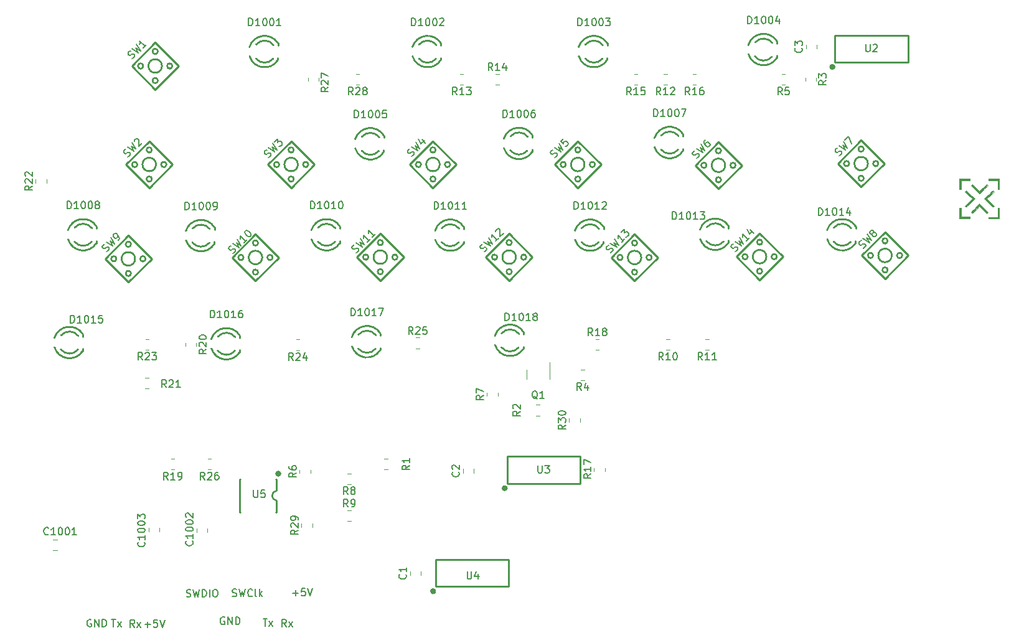
<source format=gbr>
%TF.GenerationSoftware,KiCad,Pcbnew,6.0.11+dfsg-1~bpo11+1*%
%TF.CreationDate,2023-05-07T06:08:46+00:00*%
%TF.ProjectId,CoverUI,436f7665-7255-4492-9e6b-696361645f70,rev?*%
%TF.SameCoordinates,Original*%
%TF.FileFunction,Legend,Top*%
%TF.FilePolarity,Positive*%
%FSLAX46Y46*%
G04 Gerber Fmt 4.6, Leading zero omitted, Abs format (unit mm)*
G04 Created by KiCad (PCBNEW 6.0.11+dfsg-1~bpo11+1) date 2023-05-07 06:08:46*
%MOMM*%
%LPD*%
G01*
G04 APERTURE LIST*
%ADD10C,0.150000*%
%ADD11C,0.120000*%
%ADD12C,0.250000*%
%ADD13C,0.400000*%
%ADD14C,0.010000*%
G04 APERTURE END LIST*
D10*
X82048361Y-147315180D02*
X81715028Y-146838990D01*
X81476933Y-147315180D02*
X81476933Y-146315180D01*
X81857885Y-146315180D01*
X81953123Y-146362800D01*
X82000742Y-146410419D01*
X82048361Y-146505657D01*
X82048361Y-146648514D01*
X82000742Y-146743752D01*
X81953123Y-146791371D01*
X81857885Y-146838990D01*
X81476933Y-146838990D01*
X82381695Y-147315180D02*
X82905504Y-146648514D01*
X82381695Y-146648514D02*
X82905504Y-147315180D01*
X102673161Y-147264380D02*
X102339828Y-146788190D01*
X102101733Y-147264380D02*
X102101733Y-146264380D01*
X102482685Y-146264380D01*
X102577923Y-146312000D01*
X102625542Y-146359619D01*
X102673161Y-146454857D01*
X102673161Y-146597714D01*
X102625542Y-146692952D01*
X102577923Y-146740571D01*
X102482685Y-146788190D01*
X102101733Y-146788190D01*
X103006495Y-147264380D02*
X103530304Y-146597714D01*
X103006495Y-146597714D02*
X103530304Y-147264380D01*
X78913123Y-146264380D02*
X79484552Y-146264380D01*
X79198838Y-147264380D02*
X79198838Y-146264380D01*
X79722647Y-147264380D02*
X80246457Y-146597714D01*
X79722647Y-146597714D02*
X80246457Y-147264380D01*
X83448685Y-146934228D02*
X84210590Y-146934228D01*
X83829638Y-147315180D02*
X83829638Y-146553276D01*
X85162971Y-146315180D02*
X84686780Y-146315180D01*
X84639161Y-146791371D01*
X84686780Y-146743752D01*
X84782019Y-146696133D01*
X85020114Y-146696133D01*
X85115352Y-146743752D01*
X85162971Y-146791371D01*
X85210590Y-146886609D01*
X85210590Y-147124704D01*
X85162971Y-147219942D01*
X85115352Y-147267561D01*
X85020114Y-147315180D01*
X84782019Y-147315180D01*
X84686780Y-147267561D01*
X84639161Y-147219942D01*
X85496304Y-146315180D02*
X85829638Y-147315180D01*
X86162971Y-146315180D01*
X99537923Y-146213580D02*
X100109352Y-146213580D01*
X99823638Y-147213580D02*
X99823638Y-146213580D01*
X100347447Y-147213580D02*
X100871257Y-146546914D01*
X100347447Y-146546914D02*
X100871257Y-147213580D01*
X103565485Y-142667028D02*
X104327390Y-142667028D01*
X103946438Y-143047980D02*
X103946438Y-142286076D01*
X105279771Y-142047980D02*
X104803580Y-142047980D01*
X104755961Y-142524171D01*
X104803580Y-142476552D01*
X104898819Y-142428933D01*
X105136914Y-142428933D01*
X105232152Y-142476552D01*
X105279771Y-142524171D01*
X105327390Y-142619409D01*
X105327390Y-142857504D01*
X105279771Y-142952742D01*
X105232152Y-143000361D01*
X105136914Y-143047980D01*
X104898819Y-143047980D01*
X104803580Y-143000361D01*
X104755961Y-142952742D01*
X105613104Y-142047980D02*
X105946438Y-143047980D01*
X106279771Y-142047980D01*
X94284895Y-146007200D02*
X94189657Y-145959580D01*
X94046800Y-145959580D01*
X93903942Y-146007200D01*
X93808704Y-146102438D01*
X93761085Y-146197676D01*
X93713466Y-146388152D01*
X93713466Y-146531009D01*
X93761085Y-146721485D01*
X93808704Y-146816723D01*
X93903942Y-146911961D01*
X94046800Y-146959580D01*
X94142038Y-146959580D01*
X94284895Y-146911961D01*
X94332514Y-146864342D01*
X94332514Y-146531009D01*
X94142038Y-146531009D01*
X94761085Y-146959580D02*
X94761085Y-145959580D01*
X95332514Y-146959580D01*
X95332514Y-145959580D01*
X95808704Y-146959580D02*
X95808704Y-145959580D01*
X96046800Y-145959580D01*
X96189657Y-146007200D01*
X96284895Y-146102438D01*
X96332514Y-146197676D01*
X96380133Y-146388152D01*
X96380133Y-146531009D01*
X96332514Y-146721485D01*
X96284895Y-146816723D01*
X96189657Y-146911961D01*
X96046800Y-146959580D01*
X95808704Y-146959580D01*
X76149295Y-146312000D02*
X76054057Y-146264380D01*
X75911200Y-146264380D01*
X75768342Y-146312000D01*
X75673104Y-146407238D01*
X75625485Y-146502476D01*
X75577866Y-146692952D01*
X75577866Y-146835809D01*
X75625485Y-147026285D01*
X75673104Y-147121523D01*
X75768342Y-147216761D01*
X75911200Y-147264380D01*
X76006438Y-147264380D01*
X76149295Y-147216761D01*
X76196914Y-147169142D01*
X76196914Y-146835809D01*
X76006438Y-146835809D01*
X76625485Y-147264380D02*
X76625485Y-146264380D01*
X77196914Y-147264380D01*
X77196914Y-146264380D01*
X77673104Y-147264380D02*
X77673104Y-146264380D01*
X77911200Y-146264380D01*
X78054057Y-146312000D01*
X78149295Y-146407238D01*
X78196914Y-146502476D01*
X78244533Y-146692952D01*
X78244533Y-146835809D01*
X78196914Y-147026285D01*
X78149295Y-147121523D01*
X78054057Y-147216761D01*
X77911200Y-147264380D01*
X77673104Y-147264380D01*
X95359790Y-143101961D02*
X95502647Y-143149580D01*
X95740742Y-143149580D01*
X95835980Y-143101961D01*
X95883600Y-143054342D01*
X95931219Y-142959104D01*
X95931219Y-142863866D01*
X95883600Y-142768628D01*
X95835980Y-142721009D01*
X95740742Y-142673390D01*
X95550266Y-142625771D01*
X95455028Y-142578152D01*
X95407409Y-142530533D01*
X95359790Y-142435295D01*
X95359790Y-142340057D01*
X95407409Y-142244819D01*
X95455028Y-142197200D01*
X95550266Y-142149580D01*
X95788361Y-142149580D01*
X95931219Y-142197200D01*
X96264552Y-142149580D02*
X96502647Y-143149580D01*
X96693123Y-142435295D01*
X96883600Y-143149580D01*
X97121695Y-142149580D01*
X98074076Y-143054342D02*
X98026457Y-143101961D01*
X97883600Y-143149580D01*
X97788361Y-143149580D01*
X97645504Y-143101961D01*
X97550266Y-143006723D01*
X97502647Y-142911485D01*
X97455028Y-142721009D01*
X97455028Y-142578152D01*
X97502647Y-142387676D01*
X97550266Y-142292438D01*
X97645504Y-142197200D01*
X97788361Y-142149580D01*
X97883600Y-142149580D01*
X98026457Y-142197200D01*
X98074076Y-142244819D01*
X98645504Y-143149580D02*
X98550266Y-143101961D01*
X98502647Y-143006723D01*
X98502647Y-142149580D01*
X99026457Y-143149580D02*
X99026457Y-142149580D01*
X99121695Y-142768628D02*
X99407409Y-143149580D01*
X99407409Y-142482914D02*
X99026457Y-142863866D01*
X89117752Y-143152761D02*
X89260609Y-143200380D01*
X89498704Y-143200380D01*
X89593942Y-143152761D01*
X89641561Y-143105142D01*
X89689180Y-143009904D01*
X89689180Y-142914666D01*
X89641561Y-142819428D01*
X89593942Y-142771809D01*
X89498704Y-142724190D01*
X89308228Y-142676571D01*
X89212990Y-142628952D01*
X89165371Y-142581333D01*
X89117752Y-142486095D01*
X89117752Y-142390857D01*
X89165371Y-142295619D01*
X89212990Y-142248000D01*
X89308228Y-142200380D01*
X89546323Y-142200380D01*
X89689180Y-142248000D01*
X90022514Y-142200380D02*
X90260609Y-143200380D01*
X90451085Y-142486095D01*
X90641561Y-143200380D01*
X90879657Y-142200380D01*
X91260609Y-143200380D02*
X91260609Y-142200380D01*
X91498704Y-142200380D01*
X91641561Y-142248000D01*
X91736800Y-142343238D01*
X91784419Y-142438476D01*
X91832038Y-142628952D01*
X91832038Y-142771809D01*
X91784419Y-142962285D01*
X91736800Y-143057523D01*
X91641561Y-143152761D01*
X91498704Y-143200380D01*
X91260609Y-143200380D01*
X92260609Y-143200380D02*
X92260609Y-142200380D01*
X92927276Y-142200380D02*
X93117752Y-142200380D01*
X93212990Y-142248000D01*
X93308228Y-142343238D01*
X93355847Y-142533714D01*
X93355847Y-142867047D01*
X93308228Y-143057523D01*
X93212990Y-143152761D01*
X93117752Y-143200380D01*
X92927276Y-143200380D01*
X92832038Y-143152761D01*
X92736800Y-143057523D01*
X92689180Y-142867047D01*
X92689180Y-142533714D01*
X92736800Y-142343238D01*
X92832038Y-142248000D01*
X92927276Y-142200380D01*
%TO.C,R21*%
X86377542Y-114701580D02*
X86044209Y-114225390D01*
X85806114Y-114701580D02*
X85806114Y-113701580D01*
X86187066Y-113701580D01*
X86282304Y-113749200D01*
X86329923Y-113796819D01*
X86377542Y-113892057D01*
X86377542Y-114034914D01*
X86329923Y-114130152D01*
X86282304Y-114177771D01*
X86187066Y-114225390D01*
X85806114Y-114225390D01*
X86758495Y-113796819D02*
X86806114Y-113749200D01*
X86901352Y-113701580D01*
X87139447Y-113701580D01*
X87234685Y-113749200D01*
X87282304Y-113796819D01*
X87329923Y-113892057D01*
X87329923Y-113987295D01*
X87282304Y-114130152D01*
X86710876Y-114701580D01*
X87329923Y-114701580D01*
X88282304Y-114701580D02*
X87710876Y-114701580D01*
X87996590Y-114701580D02*
X87996590Y-113701580D01*
X87901352Y-113844438D01*
X87806114Y-113939676D01*
X87710876Y-113987295D01*
%TO.C,R15*%
X149588742Y-74898780D02*
X149255409Y-74422590D01*
X149017314Y-74898780D02*
X149017314Y-73898780D01*
X149398266Y-73898780D01*
X149493504Y-73946400D01*
X149541123Y-73994019D01*
X149588742Y-74089257D01*
X149588742Y-74232114D01*
X149541123Y-74327352D01*
X149493504Y-74374971D01*
X149398266Y-74422590D01*
X149017314Y-74422590D01*
X150541123Y-74898780D02*
X149969695Y-74898780D01*
X150255409Y-74898780D02*
X150255409Y-73898780D01*
X150160171Y-74041638D01*
X150064933Y-74136876D01*
X149969695Y-74184495D01*
X151445885Y-73898780D02*
X150969695Y-73898780D01*
X150922076Y-74374971D01*
X150969695Y-74327352D01*
X151064933Y-74279733D01*
X151303028Y-74279733D01*
X151398266Y-74327352D01*
X151445885Y-74374971D01*
X151493504Y-74470209D01*
X151493504Y-74708304D01*
X151445885Y-74803542D01*
X151398266Y-74851161D01*
X151303028Y-74898780D01*
X151064933Y-74898780D01*
X150969695Y-74851161D01*
X150922076Y-74803542D01*
%TO.C,U3*%
X136906095Y-125334780D02*
X136906095Y-126144304D01*
X136953714Y-126239542D01*
X137001333Y-126287161D01*
X137096571Y-126334780D01*
X137287047Y-126334780D01*
X137382285Y-126287161D01*
X137429904Y-126239542D01*
X137477523Y-126144304D01*
X137477523Y-125334780D01*
X137858476Y-125334780D02*
X138477523Y-125334780D01*
X138144190Y-125715733D01*
X138287047Y-125715733D01*
X138382285Y-125763352D01*
X138429904Y-125810971D01*
X138477523Y-125906209D01*
X138477523Y-126144304D01*
X138429904Y-126239542D01*
X138382285Y-126287161D01*
X138287047Y-126334780D01*
X138001333Y-126334780D01*
X137906095Y-126287161D01*
X137858476Y-126239542D01*
%TO.C,U5*%
X98247295Y-128687580D02*
X98247295Y-129497104D01*
X98294914Y-129592342D01*
X98342533Y-129639961D01*
X98437771Y-129687580D01*
X98628247Y-129687580D01*
X98723485Y-129639961D01*
X98771104Y-129592342D01*
X98818723Y-129497104D01*
X98818723Y-128687580D01*
X99771104Y-128687580D02*
X99294914Y-128687580D01*
X99247295Y-129163771D01*
X99294914Y-129116152D01*
X99390152Y-129068533D01*
X99628247Y-129068533D01*
X99723485Y-129116152D01*
X99771104Y-129163771D01*
X99818723Y-129259009D01*
X99818723Y-129497104D01*
X99771104Y-129592342D01*
X99723485Y-129639961D01*
X99628247Y-129687580D01*
X99390152Y-129687580D01*
X99294914Y-129639961D01*
X99247295Y-129592342D01*
%TO.C,R6*%
X104054380Y-126319066D02*
X103578190Y-126652400D01*
X104054380Y-126890495D02*
X103054380Y-126890495D01*
X103054380Y-126509542D01*
X103102000Y-126414304D01*
X103149619Y-126366685D01*
X103244857Y-126319066D01*
X103387714Y-126319066D01*
X103482952Y-126366685D01*
X103530571Y-126414304D01*
X103578190Y-126509542D01*
X103578190Y-126890495D01*
X103054380Y-125461923D02*
X103054380Y-125652400D01*
X103102000Y-125747638D01*
X103149619Y-125795257D01*
X103292476Y-125890495D01*
X103482952Y-125938114D01*
X103863904Y-125938114D01*
X103959142Y-125890495D01*
X104006761Y-125842876D01*
X104054380Y-125747638D01*
X104054380Y-125557161D01*
X104006761Y-125461923D01*
X103959142Y-125414304D01*
X103863904Y-125366685D01*
X103625809Y-125366685D01*
X103530571Y-125414304D01*
X103482952Y-125461923D01*
X103435333Y-125557161D01*
X103435333Y-125747638D01*
X103482952Y-125842876D01*
X103530571Y-125890495D01*
X103625809Y-125938114D01*
%TO.C,D1013*%
X155211733Y-91841580D02*
X155211733Y-90841580D01*
X155449828Y-90841580D01*
X155592685Y-90889200D01*
X155687923Y-90984438D01*
X155735542Y-91079676D01*
X155783161Y-91270152D01*
X155783161Y-91413009D01*
X155735542Y-91603485D01*
X155687923Y-91698723D01*
X155592685Y-91793961D01*
X155449828Y-91841580D01*
X155211733Y-91841580D01*
X156735542Y-91841580D02*
X156164114Y-91841580D01*
X156449828Y-91841580D02*
X156449828Y-90841580D01*
X156354590Y-90984438D01*
X156259352Y-91079676D01*
X156164114Y-91127295D01*
X157354590Y-90841580D02*
X157449828Y-90841580D01*
X157545066Y-90889200D01*
X157592685Y-90936819D01*
X157640304Y-91032057D01*
X157687923Y-91222533D01*
X157687923Y-91460628D01*
X157640304Y-91651104D01*
X157592685Y-91746342D01*
X157545066Y-91793961D01*
X157449828Y-91841580D01*
X157354590Y-91841580D01*
X157259352Y-91793961D01*
X157211733Y-91746342D01*
X157164114Y-91651104D01*
X157116495Y-91460628D01*
X157116495Y-91222533D01*
X157164114Y-91032057D01*
X157211733Y-90936819D01*
X157259352Y-90889200D01*
X157354590Y-90841580D01*
X158640304Y-91841580D02*
X158068876Y-91841580D01*
X158354590Y-91841580D02*
X158354590Y-90841580D01*
X158259352Y-90984438D01*
X158164114Y-91079676D01*
X158068876Y-91127295D01*
X158973638Y-90841580D02*
X159592685Y-90841580D01*
X159259352Y-91222533D01*
X159402209Y-91222533D01*
X159497447Y-91270152D01*
X159545066Y-91317771D01*
X159592685Y-91413009D01*
X159592685Y-91651104D01*
X159545066Y-91746342D01*
X159497447Y-91793961D01*
X159402209Y-91841580D01*
X159116495Y-91841580D01*
X159021257Y-91793961D01*
X158973638Y-91746342D01*
%TO.C,D1016*%
X92375333Y-105229380D02*
X92375333Y-104229380D01*
X92613428Y-104229380D01*
X92756285Y-104277000D01*
X92851523Y-104372238D01*
X92899142Y-104467476D01*
X92946761Y-104657952D01*
X92946761Y-104800809D01*
X92899142Y-104991285D01*
X92851523Y-105086523D01*
X92756285Y-105181761D01*
X92613428Y-105229380D01*
X92375333Y-105229380D01*
X93899142Y-105229380D02*
X93327714Y-105229380D01*
X93613428Y-105229380D02*
X93613428Y-104229380D01*
X93518190Y-104372238D01*
X93422952Y-104467476D01*
X93327714Y-104515095D01*
X94518190Y-104229380D02*
X94613428Y-104229380D01*
X94708666Y-104277000D01*
X94756285Y-104324619D01*
X94803904Y-104419857D01*
X94851523Y-104610333D01*
X94851523Y-104848428D01*
X94803904Y-105038904D01*
X94756285Y-105134142D01*
X94708666Y-105181761D01*
X94613428Y-105229380D01*
X94518190Y-105229380D01*
X94422952Y-105181761D01*
X94375333Y-105134142D01*
X94327714Y-105038904D01*
X94280095Y-104848428D01*
X94280095Y-104610333D01*
X94327714Y-104419857D01*
X94375333Y-104324619D01*
X94422952Y-104277000D01*
X94518190Y-104229380D01*
X95803904Y-105229380D02*
X95232476Y-105229380D01*
X95518190Y-105229380D02*
X95518190Y-104229380D01*
X95422952Y-104372238D01*
X95327714Y-104467476D01*
X95232476Y-104515095D01*
X96661047Y-104229380D02*
X96470571Y-104229380D01*
X96375333Y-104277000D01*
X96327714Y-104324619D01*
X96232476Y-104467476D01*
X96184857Y-104657952D01*
X96184857Y-105038904D01*
X96232476Y-105134142D01*
X96280095Y-105181761D01*
X96375333Y-105229380D01*
X96565809Y-105229380D01*
X96661047Y-105181761D01*
X96708666Y-105134142D01*
X96756285Y-105038904D01*
X96756285Y-104800809D01*
X96708666Y-104705571D01*
X96661047Y-104657952D01*
X96565809Y-104610333D01*
X96375333Y-104610333D01*
X96280095Y-104657952D01*
X96232476Y-104705571D01*
X96184857Y-104800809D01*
%TO.C,U2*%
X181508495Y-68032380D02*
X181508495Y-68841904D01*
X181556114Y-68937142D01*
X181603733Y-68984761D01*
X181698971Y-69032380D01*
X181889447Y-69032380D01*
X181984685Y-68984761D01*
X182032304Y-68937142D01*
X182079923Y-68841904D01*
X182079923Y-68032380D01*
X182508495Y-68127619D02*
X182556114Y-68080000D01*
X182651352Y-68032380D01*
X182889447Y-68032380D01*
X182984685Y-68080000D01*
X183032304Y-68127619D01*
X183079923Y-68222857D01*
X183079923Y-68318095D01*
X183032304Y-68460952D01*
X182460876Y-69032380D01*
X183079923Y-69032380D01*
%TO.C,R8*%
X111085333Y-129254780D02*
X110752000Y-128778590D01*
X110513904Y-129254780D02*
X110513904Y-128254780D01*
X110894857Y-128254780D01*
X110990095Y-128302400D01*
X111037714Y-128350019D01*
X111085333Y-128445257D01*
X111085333Y-128588114D01*
X111037714Y-128683352D01*
X110990095Y-128730971D01*
X110894857Y-128778590D01*
X110513904Y-128778590D01*
X111656761Y-128683352D02*
X111561523Y-128635733D01*
X111513904Y-128588114D01*
X111466285Y-128492876D01*
X111466285Y-128445257D01*
X111513904Y-128350019D01*
X111561523Y-128302400D01*
X111656761Y-128254780D01*
X111847238Y-128254780D01*
X111942476Y-128302400D01*
X111990095Y-128350019D01*
X112037714Y-128445257D01*
X112037714Y-128492876D01*
X111990095Y-128588114D01*
X111942476Y-128635733D01*
X111847238Y-128683352D01*
X111656761Y-128683352D01*
X111561523Y-128730971D01*
X111513904Y-128778590D01*
X111466285Y-128873828D01*
X111466285Y-129064304D01*
X111513904Y-129159542D01*
X111561523Y-129207161D01*
X111656761Y-129254780D01*
X111847238Y-129254780D01*
X111942476Y-129207161D01*
X111990095Y-129159542D01*
X112037714Y-129064304D01*
X112037714Y-128873828D01*
X111990095Y-128778590D01*
X111942476Y-128730971D01*
X111847238Y-128683352D01*
%TO.C,R3*%
X176118780Y-72963066D02*
X175642590Y-73296400D01*
X176118780Y-73534495D02*
X175118780Y-73534495D01*
X175118780Y-73153542D01*
X175166400Y-73058304D01*
X175214019Y-73010685D01*
X175309257Y-72963066D01*
X175452114Y-72963066D01*
X175547352Y-73010685D01*
X175594971Y-73058304D01*
X175642590Y-73153542D01*
X175642590Y-73534495D01*
X175118780Y-72629733D02*
X175118780Y-72010685D01*
X175499733Y-72344019D01*
X175499733Y-72201161D01*
X175547352Y-72105923D01*
X175594971Y-72058304D01*
X175690209Y-72010685D01*
X175928304Y-72010685D01*
X176023542Y-72058304D01*
X176071161Y-72105923D01*
X176118780Y-72201161D01*
X176118780Y-72486876D01*
X176071161Y-72582114D01*
X176023542Y-72629733D01*
%TO.C,SW12*%
X129613483Y-96256936D02*
X129748170Y-96189592D01*
X129916529Y-96021234D01*
X129950200Y-95920218D01*
X129950200Y-95852875D01*
X129916529Y-95751860D01*
X129849185Y-95684516D01*
X129748170Y-95650844D01*
X129680826Y-95650844D01*
X129579811Y-95684516D01*
X129411452Y-95785531D01*
X129310437Y-95819203D01*
X129243094Y-95819203D01*
X129142078Y-95785531D01*
X129074735Y-95718188D01*
X129041063Y-95617173D01*
X129041063Y-95549829D01*
X129074735Y-95448814D01*
X129243094Y-95280455D01*
X129377781Y-95213112D01*
X129579811Y-94943738D02*
X130455277Y-95482486D01*
X130084887Y-94842722D01*
X130724651Y-95213112D01*
X130185903Y-94337646D01*
X131532773Y-94404990D02*
X131128712Y-94809051D01*
X131330742Y-94607020D02*
X130623635Y-93899913D01*
X130657307Y-94068272D01*
X130657307Y-94202959D01*
X130623635Y-94303974D01*
X131162383Y-93495852D02*
X131162383Y-93428509D01*
X131196055Y-93327494D01*
X131364414Y-93159135D01*
X131465429Y-93125463D01*
X131532773Y-93125463D01*
X131633788Y-93159135D01*
X131701131Y-93226478D01*
X131768475Y-93361165D01*
X131768475Y-94169287D01*
X132206208Y-93731555D01*
%TO.C,R14*%
X130763542Y-71598780D02*
X130430209Y-71122590D01*
X130192114Y-71598780D02*
X130192114Y-70598780D01*
X130573066Y-70598780D01*
X130668304Y-70646400D01*
X130715923Y-70694019D01*
X130763542Y-70789257D01*
X130763542Y-70932114D01*
X130715923Y-71027352D01*
X130668304Y-71074971D01*
X130573066Y-71122590D01*
X130192114Y-71122590D01*
X131715923Y-71598780D02*
X131144495Y-71598780D01*
X131430209Y-71598780D02*
X131430209Y-70598780D01*
X131334971Y-70741638D01*
X131239733Y-70836876D01*
X131144495Y-70884495D01*
X132573066Y-70932114D02*
X132573066Y-71598780D01*
X132334971Y-70551161D02*
X132096876Y-71265447D01*
X132715923Y-71265447D01*
%TO.C,R17*%
X144140180Y-126481057D02*
X143663990Y-126814390D01*
X144140180Y-127052485D02*
X143140180Y-127052485D01*
X143140180Y-126671533D01*
X143187800Y-126576295D01*
X143235419Y-126528676D01*
X143330657Y-126481057D01*
X143473514Y-126481057D01*
X143568752Y-126528676D01*
X143616371Y-126576295D01*
X143663990Y-126671533D01*
X143663990Y-127052485D01*
X144140180Y-125528676D02*
X144140180Y-126100104D01*
X144140180Y-125814390D02*
X143140180Y-125814390D01*
X143283038Y-125909628D01*
X143378276Y-126004866D01*
X143425895Y-126100104D01*
X143140180Y-125195342D02*
X143140180Y-124528676D01*
X144140180Y-124957247D01*
%TO.C,R4*%
X142833333Y-115102380D02*
X142500000Y-114626190D01*
X142261904Y-115102380D02*
X142261904Y-114102380D01*
X142642857Y-114102380D01*
X142738095Y-114150000D01*
X142785714Y-114197619D01*
X142833333Y-114292857D01*
X142833333Y-114435714D01*
X142785714Y-114530952D01*
X142738095Y-114578571D01*
X142642857Y-114626190D01*
X142261904Y-114626190D01*
X143690476Y-114435714D02*
X143690476Y-115102380D01*
X143452380Y-114054761D02*
X143214285Y-114769047D01*
X143833333Y-114769047D01*
%TO.C,C3*%
X172768742Y-68543466D02*
X172816361Y-68591085D01*
X172863980Y-68733942D01*
X172863980Y-68829180D01*
X172816361Y-68972038D01*
X172721123Y-69067276D01*
X172625885Y-69114895D01*
X172435409Y-69162514D01*
X172292552Y-69162514D01*
X172102076Y-69114895D01*
X172006838Y-69067276D01*
X171911600Y-68972038D01*
X171863980Y-68829180D01*
X171863980Y-68733942D01*
X171911600Y-68591085D01*
X171959219Y-68543466D01*
X171863980Y-68210133D02*
X171863980Y-67591085D01*
X172244933Y-67924419D01*
X172244933Y-67781561D01*
X172292552Y-67686323D01*
X172340171Y-67638704D01*
X172435409Y-67591085D01*
X172673504Y-67591085D01*
X172768742Y-67638704D01*
X172816361Y-67686323D01*
X172863980Y-67781561D01*
X172863980Y-68067276D01*
X172816361Y-68162514D01*
X172768742Y-68210133D01*
%TO.C,SW5*%
X139195800Y-83423418D02*
X139330487Y-83356075D01*
X139498846Y-83187716D01*
X139532518Y-83086701D01*
X139532518Y-83019357D01*
X139498846Y-82918342D01*
X139431503Y-82850999D01*
X139330487Y-82817327D01*
X139263144Y-82817327D01*
X139162129Y-82850999D01*
X138993770Y-82952014D01*
X138892755Y-82985686D01*
X138825411Y-82985686D01*
X138724396Y-82952014D01*
X138657052Y-82884670D01*
X138623381Y-82783655D01*
X138623381Y-82716312D01*
X138657052Y-82615296D01*
X138825411Y-82446938D01*
X138960098Y-82379594D01*
X139162129Y-82110220D02*
X140037594Y-82648968D01*
X139667205Y-82009205D01*
X140306968Y-82379594D01*
X139768220Y-81504129D01*
X140374312Y-80898037D02*
X140037594Y-81234755D01*
X140340640Y-81605144D01*
X140340640Y-81537800D01*
X140374312Y-81436785D01*
X140542670Y-81268426D01*
X140643686Y-81234755D01*
X140711029Y-81234755D01*
X140812044Y-81268426D01*
X140980403Y-81436785D01*
X141014075Y-81537800D01*
X141014075Y-81605144D01*
X140980403Y-81706159D01*
X140812044Y-81874518D01*
X140711029Y-81908190D01*
X140643686Y-81908190D01*
%TO.C,D1005*%
X111955333Y-78029380D02*
X111955333Y-77029380D01*
X112193428Y-77029380D01*
X112336285Y-77077000D01*
X112431523Y-77172238D01*
X112479142Y-77267476D01*
X112526761Y-77457952D01*
X112526761Y-77600809D01*
X112479142Y-77791285D01*
X112431523Y-77886523D01*
X112336285Y-77981761D01*
X112193428Y-78029380D01*
X111955333Y-78029380D01*
X113479142Y-78029380D02*
X112907714Y-78029380D01*
X113193428Y-78029380D02*
X113193428Y-77029380D01*
X113098190Y-77172238D01*
X113002952Y-77267476D01*
X112907714Y-77315095D01*
X114098190Y-77029380D02*
X114193428Y-77029380D01*
X114288666Y-77077000D01*
X114336285Y-77124619D01*
X114383904Y-77219857D01*
X114431523Y-77410333D01*
X114431523Y-77648428D01*
X114383904Y-77838904D01*
X114336285Y-77934142D01*
X114288666Y-77981761D01*
X114193428Y-78029380D01*
X114098190Y-78029380D01*
X114002952Y-77981761D01*
X113955333Y-77934142D01*
X113907714Y-77838904D01*
X113860095Y-77648428D01*
X113860095Y-77410333D01*
X113907714Y-77219857D01*
X113955333Y-77124619D01*
X114002952Y-77077000D01*
X114098190Y-77029380D01*
X115050571Y-77029380D02*
X115145809Y-77029380D01*
X115241047Y-77077000D01*
X115288666Y-77124619D01*
X115336285Y-77219857D01*
X115383904Y-77410333D01*
X115383904Y-77648428D01*
X115336285Y-77838904D01*
X115288666Y-77934142D01*
X115241047Y-77981761D01*
X115145809Y-78029380D01*
X115050571Y-78029380D01*
X114955333Y-77981761D01*
X114907714Y-77934142D01*
X114860095Y-77838904D01*
X114812476Y-77648428D01*
X114812476Y-77410333D01*
X114860095Y-77219857D01*
X114907714Y-77124619D01*
X114955333Y-77077000D01*
X115050571Y-77029380D01*
X116288666Y-77029380D02*
X115812476Y-77029380D01*
X115764857Y-77505571D01*
X115812476Y-77457952D01*
X115907714Y-77410333D01*
X116145809Y-77410333D01*
X116241047Y-77457952D01*
X116288666Y-77505571D01*
X116336285Y-77600809D01*
X116336285Y-77838904D01*
X116288666Y-77934142D01*
X116241047Y-77981761D01*
X116145809Y-78029380D01*
X115907714Y-78029380D01*
X115812476Y-77981761D01*
X115764857Y-77934142D01*
%TO.C,R10*%
X153957542Y-110966780D02*
X153624209Y-110490590D01*
X153386114Y-110966780D02*
X153386114Y-109966780D01*
X153767066Y-109966780D01*
X153862304Y-110014400D01*
X153909923Y-110062019D01*
X153957542Y-110157257D01*
X153957542Y-110300114D01*
X153909923Y-110395352D01*
X153862304Y-110442971D01*
X153767066Y-110490590D01*
X153386114Y-110490590D01*
X154909923Y-110966780D02*
X154338495Y-110966780D01*
X154624209Y-110966780D02*
X154624209Y-109966780D01*
X154528971Y-110109638D01*
X154433733Y-110204876D01*
X154338495Y-110252495D01*
X155528971Y-109966780D02*
X155624209Y-109966780D01*
X155719447Y-110014400D01*
X155767066Y-110062019D01*
X155814685Y-110157257D01*
X155862304Y-110347733D01*
X155862304Y-110585828D01*
X155814685Y-110776304D01*
X155767066Y-110871542D01*
X155719447Y-110919161D01*
X155624209Y-110966780D01*
X155528971Y-110966780D01*
X155433733Y-110919161D01*
X155386114Y-110871542D01*
X155338495Y-110776304D01*
X155290876Y-110585828D01*
X155290876Y-110347733D01*
X155338495Y-110157257D01*
X155386114Y-110062019D01*
X155433733Y-110014400D01*
X155528971Y-109966780D01*
%TO.C,R25*%
X119921542Y-107463580D02*
X119588209Y-106987390D01*
X119350114Y-107463580D02*
X119350114Y-106463580D01*
X119731066Y-106463580D01*
X119826304Y-106511200D01*
X119873923Y-106558819D01*
X119921542Y-106654057D01*
X119921542Y-106796914D01*
X119873923Y-106892152D01*
X119826304Y-106939771D01*
X119731066Y-106987390D01*
X119350114Y-106987390D01*
X120302495Y-106558819D02*
X120350114Y-106511200D01*
X120445352Y-106463580D01*
X120683447Y-106463580D01*
X120778685Y-106511200D01*
X120826304Y-106558819D01*
X120873923Y-106654057D01*
X120873923Y-106749295D01*
X120826304Y-106892152D01*
X120254876Y-107463580D01*
X120873923Y-107463580D01*
X121778685Y-106463580D02*
X121302495Y-106463580D01*
X121254876Y-106939771D01*
X121302495Y-106892152D01*
X121397733Y-106844533D01*
X121635828Y-106844533D01*
X121731066Y-106892152D01*
X121778685Y-106939771D01*
X121826304Y-107035009D01*
X121826304Y-107273104D01*
X121778685Y-107368342D01*
X121731066Y-107415961D01*
X121635828Y-107463580D01*
X121397733Y-107463580D01*
X121302495Y-107415961D01*
X121254876Y-107368342D01*
%TO.C,R23*%
X83126342Y-110966780D02*
X82793009Y-110490590D01*
X82554914Y-110966780D02*
X82554914Y-109966780D01*
X82935866Y-109966780D01*
X83031104Y-110014400D01*
X83078723Y-110062019D01*
X83126342Y-110157257D01*
X83126342Y-110300114D01*
X83078723Y-110395352D01*
X83031104Y-110442971D01*
X82935866Y-110490590D01*
X82554914Y-110490590D01*
X83507295Y-110062019D02*
X83554914Y-110014400D01*
X83650152Y-109966780D01*
X83888247Y-109966780D01*
X83983485Y-110014400D01*
X84031104Y-110062019D01*
X84078723Y-110157257D01*
X84078723Y-110252495D01*
X84031104Y-110395352D01*
X83459676Y-110966780D01*
X84078723Y-110966780D01*
X84412057Y-109966780D02*
X85031104Y-109966780D01*
X84697771Y-110347733D01*
X84840628Y-110347733D01*
X84935866Y-110395352D01*
X84983485Y-110442971D01*
X85031104Y-110538209D01*
X85031104Y-110776304D01*
X84983485Y-110871542D01*
X84935866Y-110919161D01*
X84840628Y-110966780D01*
X84554914Y-110966780D01*
X84459676Y-110919161D01*
X84412057Y-110871542D01*
%TO.C,R30*%
X140686780Y-119803657D02*
X140210590Y-120136990D01*
X140686780Y-120375085D02*
X139686780Y-120375085D01*
X139686780Y-119994133D01*
X139734400Y-119898895D01*
X139782019Y-119851276D01*
X139877257Y-119803657D01*
X140020114Y-119803657D01*
X140115352Y-119851276D01*
X140162971Y-119898895D01*
X140210590Y-119994133D01*
X140210590Y-120375085D01*
X139686780Y-119470323D02*
X139686780Y-118851276D01*
X140067733Y-119184609D01*
X140067733Y-119041752D01*
X140115352Y-118946514D01*
X140162971Y-118898895D01*
X140258209Y-118851276D01*
X140496304Y-118851276D01*
X140591542Y-118898895D01*
X140639161Y-118946514D01*
X140686780Y-119041752D01*
X140686780Y-119327466D01*
X140639161Y-119422704D01*
X140591542Y-119470323D01*
X139686780Y-118232228D02*
X139686780Y-118136990D01*
X139734400Y-118041752D01*
X139782019Y-117994133D01*
X139877257Y-117946514D01*
X140067733Y-117898895D01*
X140305828Y-117898895D01*
X140496304Y-117946514D01*
X140591542Y-117994133D01*
X140639161Y-118041752D01*
X140686780Y-118136990D01*
X140686780Y-118232228D01*
X140639161Y-118327466D01*
X140591542Y-118375085D01*
X140496304Y-118422704D01*
X140305828Y-118470323D01*
X140067733Y-118470323D01*
X139877257Y-118422704D01*
X139782019Y-118375085D01*
X139734400Y-118327466D01*
X139686780Y-118232228D01*
%TO.C,D1012*%
X141845333Y-90459380D02*
X141845333Y-89459380D01*
X142083428Y-89459380D01*
X142226285Y-89507000D01*
X142321523Y-89602238D01*
X142369142Y-89697476D01*
X142416761Y-89887952D01*
X142416761Y-90030809D01*
X142369142Y-90221285D01*
X142321523Y-90316523D01*
X142226285Y-90411761D01*
X142083428Y-90459380D01*
X141845333Y-90459380D01*
X143369142Y-90459380D02*
X142797714Y-90459380D01*
X143083428Y-90459380D02*
X143083428Y-89459380D01*
X142988190Y-89602238D01*
X142892952Y-89697476D01*
X142797714Y-89745095D01*
X143988190Y-89459380D02*
X144083428Y-89459380D01*
X144178666Y-89507000D01*
X144226285Y-89554619D01*
X144273904Y-89649857D01*
X144321523Y-89840333D01*
X144321523Y-90078428D01*
X144273904Y-90268904D01*
X144226285Y-90364142D01*
X144178666Y-90411761D01*
X144083428Y-90459380D01*
X143988190Y-90459380D01*
X143892952Y-90411761D01*
X143845333Y-90364142D01*
X143797714Y-90268904D01*
X143750095Y-90078428D01*
X143750095Y-89840333D01*
X143797714Y-89649857D01*
X143845333Y-89554619D01*
X143892952Y-89507000D01*
X143988190Y-89459380D01*
X145273904Y-90459380D02*
X144702476Y-90459380D01*
X144988190Y-90459380D02*
X144988190Y-89459380D01*
X144892952Y-89602238D01*
X144797714Y-89697476D01*
X144702476Y-89745095D01*
X145654857Y-89554619D02*
X145702476Y-89507000D01*
X145797714Y-89459380D01*
X146035809Y-89459380D01*
X146131047Y-89507000D01*
X146178666Y-89554619D01*
X146226285Y-89649857D01*
X146226285Y-89745095D01*
X146178666Y-89887952D01*
X145607238Y-90459380D01*
X146226285Y-90459380D01*
%TO.C,Q1*%
X136861561Y-116276019D02*
X136766323Y-116228400D01*
X136671085Y-116133161D01*
X136528228Y-115990304D01*
X136432990Y-115942685D01*
X136337752Y-115942685D01*
X136385371Y-116180780D02*
X136290133Y-116133161D01*
X136194895Y-116037923D01*
X136147276Y-115847447D01*
X136147276Y-115514114D01*
X136194895Y-115323638D01*
X136290133Y-115228400D01*
X136385371Y-115180780D01*
X136575847Y-115180780D01*
X136671085Y-115228400D01*
X136766323Y-115323638D01*
X136813942Y-115514114D01*
X136813942Y-115847447D01*
X136766323Y-116037923D01*
X136671085Y-116133161D01*
X136575847Y-116180780D01*
X136385371Y-116180780D01*
X137766323Y-116180780D02*
X137194895Y-116180780D01*
X137480609Y-116180780D02*
X137480609Y-115180780D01*
X137385371Y-115323638D01*
X137290133Y-115418876D01*
X137194895Y-115466495D01*
%TO.C,C1001*%
X70337561Y-134672342D02*
X70289942Y-134719961D01*
X70147085Y-134767580D01*
X70051847Y-134767580D01*
X69908990Y-134719961D01*
X69813752Y-134624723D01*
X69766133Y-134529485D01*
X69718514Y-134339009D01*
X69718514Y-134196152D01*
X69766133Y-134005676D01*
X69813752Y-133910438D01*
X69908990Y-133815200D01*
X70051847Y-133767580D01*
X70147085Y-133767580D01*
X70289942Y-133815200D01*
X70337561Y-133862819D01*
X71289942Y-134767580D02*
X70718514Y-134767580D01*
X71004228Y-134767580D02*
X71004228Y-133767580D01*
X70908990Y-133910438D01*
X70813752Y-134005676D01*
X70718514Y-134053295D01*
X71908990Y-133767580D02*
X72004228Y-133767580D01*
X72099466Y-133815200D01*
X72147085Y-133862819D01*
X72194704Y-133958057D01*
X72242323Y-134148533D01*
X72242323Y-134386628D01*
X72194704Y-134577104D01*
X72147085Y-134672342D01*
X72099466Y-134719961D01*
X72004228Y-134767580D01*
X71908990Y-134767580D01*
X71813752Y-134719961D01*
X71766133Y-134672342D01*
X71718514Y-134577104D01*
X71670895Y-134386628D01*
X71670895Y-134148533D01*
X71718514Y-133958057D01*
X71766133Y-133862819D01*
X71813752Y-133815200D01*
X71908990Y-133767580D01*
X72861371Y-133767580D02*
X72956609Y-133767580D01*
X73051847Y-133815200D01*
X73099466Y-133862819D01*
X73147085Y-133958057D01*
X73194704Y-134148533D01*
X73194704Y-134386628D01*
X73147085Y-134577104D01*
X73099466Y-134672342D01*
X73051847Y-134719961D01*
X72956609Y-134767580D01*
X72861371Y-134767580D01*
X72766133Y-134719961D01*
X72718514Y-134672342D01*
X72670895Y-134577104D01*
X72623276Y-134386628D01*
X72623276Y-134148533D01*
X72670895Y-133958057D01*
X72718514Y-133862819D01*
X72766133Y-133815200D01*
X72861371Y-133767580D01*
X74147085Y-134767580D02*
X73575657Y-134767580D01*
X73861371Y-134767580D02*
X73861371Y-133767580D01*
X73766133Y-133910438D01*
X73670895Y-134005676D01*
X73575657Y-134053295D01*
%TO.C,D1002*%
X119735333Y-65489380D02*
X119735333Y-64489380D01*
X119973428Y-64489380D01*
X120116285Y-64537000D01*
X120211523Y-64632238D01*
X120259142Y-64727476D01*
X120306761Y-64917952D01*
X120306761Y-65060809D01*
X120259142Y-65251285D01*
X120211523Y-65346523D01*
X120116285Y-65441761D01*
X119973428Y-65489380D01*
X119735333Y-65489380D01*
X121259142Y-65489380D02*
X120687714Y-65489380D01*
X120973428Y-65489380D02*
X120973428Y-64489380D01*
X120878190Y-64632238D01*
X120782952Y-64727476D01*
X120687714Y-64775095D01*
X121878190Y-64489380D02*
X121973428Y-64489380D01*
X122068666Y-64537000D01*
X122116285Y-64584619D01*
X122163904Y-64679857D01*
X122211523Y-64870333D01*
X122211523Y-65108428D01*
X122163904Y-65298904D01*
X122116285Y-65394142D01*
X122068666Y-65441761D01*
X121973428Y-65489380D01*
X121878190Y-65489380D01*
X121782952Y-65441761D01*
X121735333Y-65394142D01*
X121687714Y-65298904D01*
X121640095Y-65108428D01*
X121640095Y-64870333D01*
X121687714Y-64679857D01*
X121735333Y-64584619D01*
X121782952Y-64537000D01*
X121878190Y-64489380D01*
X122830571Y-64489380D02*
X122925809Y-64489380D01*
X123021047Y-64537000D01*
X123068666Y-64584619D01*
X123116285Y-64679857D01*
X123163904Y-64870333D01*
X123163904Y-65108428D01*
X123116285Y-65298904D01*
X123068666Y-65394142D01*
X123021047Y-65441761D01*
X122925809Y-65489380D01*
X122830571Y-65489380D01*
X122735333Y-65441761D01*
X122687714Y-65394142D01*
X122640095Y-65298904D01*
X122592476Y-65108428D01*
X122592476Y-64870333D01*
X122640095Y-64679857D01*
X122687714Y-64584619D01*
X122735333Y-64537000D01*
X122830571Y-64489380D01*
X123544857Y-64584619D02*
X123592476Y-64537000D01*
X123687714Y-64489380D01*
X123925809Y-64489380D01*
X124021047Y-64537000D01*
X124068666Y-64584619D01*
X124116285Y-64679857D01*
X124116285Y-64775095D01*
X124068666Y-64917952D01*
X123497238Y-65489380D01*
X124116285Y-65489380D01*
%TO.C,D1006*%
X132165333Y-77979380D02*
X132165333Y-76979380D01*
X132403428Y-76979380D01*
X132546285Y-77027000D01*
X132641523Y-77122238D01*
X132689142Y-77217476D01*
X132736761Y-77407952D01*
X132736761Y-77550809D01*
X132689142Y-77741285D01*
X132641523Y-77836523D01*
X132546285Y-77931761D01*
X132403428Y-77979380D01*
X132165333Y-77979380D01*
X133689142Y-77979380D02*
X133117714Y-77979380D01*
X133403428Y-77979380D02*
X133403428Y-76979380D01*
X133308190Y-77122238D01*
X133212952Y-77217476D01*
X133117714Y-77265095D01*
X134308190Y-76979380D02*
X134403428Y-76979380D01*
X134498666Y-77027000D01*
X134546285Y-77074619D01*
X134593904Y-77169857D01*
X134641523Y-77360333D01*
X134641523Y-77598428D01*
X134593904Y-77788904D01*
X134546285Y-77884142D01*
X134498666Y-77931761D01*
X134403428Y-77979380D01*
X134308190Y-77979380D01*
X134212952Y-77931761D01*
X134165333Y-77884142D01*
X134117714Y-77788904D01*
X134070095Y-77598428D01*
X134070095Y-77360333D01*
X134117714Y-77169857D01*
X134165333Y-77074619D01*
X134212952Y-77027000D01*
X134308190Y-76979380D01*
X135260571Y-76979380D02*
X135355809Y-76979380D01*
X135451047Y-77027000D01*
X135498666Y-77074619D01*
X135546285Y-77169857D01*
X135593904Y-77360333D01*
X135593904Y-77598428D01*
X135546285Y-77788904D01*
X135498666Y-77884142D01*
X135451047Y-77931761D01*
X135355809Y-77979380D01*
X135260571Y-77979380D01*
X135165333Y-77931761D01*
X135117714Y-77884142D01*
X135070095Y-77788904D01*
X135022476Y-77598428D01*
X135022476Y-77360333D01*
X135070095Y-77169857D01*
X135117714Y-77074619D01*
X135165333Y-77027000D01*
X135260571Y-76979380D01*
X136451047Y-76979380D02*
X136260571Y-76979380D01*
X136165333Y-77027000D01*
X136117714Y-77074619D01*
X136022476Y-77217476D01*
X135974857Y-77407952D01*
X135974857Y-77788904D01*
X136022476Y-77884142D01*
X136070095Y-77931761D01*
X136165333Y-77979380D01*
X136355809Y-77979380D01*
X136451047Y-77931761D01*
X136498666Y-77884142D01*
X136546285Y-77788904D01*
X136546285Y-77550809D01*
X136498666Y-77455571D01*
X136451047Y-77407952D01*
X136355809Y-77360333D01*
X136165333Y-77360333D01*
X136070095Y-77407952D01*
X136022476Y-77455571D01*
X135974857Y-77550809D01*
%TO.C,SW8*%
X181156600Y-95767818D02*
X181291287Y-95700475D01*
X181459646Y-95532116D01*
X181493318Y-95431101D01*
X181493318Y-95363757D01*
X181459646Y-95262742D01*
X181392303Y-95195399D01*
X181291287Y-95161727D01*
X181223944Y-95161727D01*
X181122929Y-95195399D01*
X180954570Y-95296414D01*
X180853555Y-95330086D01*
X180786211Y-95330086D01*
X180685196Y-95296414D01*
X180617852Y-95229070D01*
X180584181Y-95128055D01*
X180584181Y-95060712D01*
X180617852Y-94959696D01*
X180786211Y-94791338D01*
X180920898Y-94723994D01*
X181122929Y-94454620D02*
X181998394Y-94993368D01*
X181628005Y-94353605D01*
X182267768Y-94723994D01*
X181729020Y-93848529D01*
X182402455Y-93781185D02*
X182301440Y-93814857D01*
X182234096Y-93814857D01*
X182133081Y-93781185D01*
X182099409Y-93747513D01*
X182065738Y-93646498D01*
X182065738Y-93579155D01*
X182099409Y-93478139D01*
X182234096Y-93343452D01*
X182335112Y-93309781D01*
X182402455Y-93309781D01*
X182503470Y-93343452D01*
X182537142Y-93377124D01*
X182570814Y-93478139D01*
X182570814Y-93545483D01*
X182537142Y-93646498D01*
X182402455Y-93781185D01*
X182368783Y-93882200D01*
X182368783Y-93949544D01*
X182402455Y-94050559D01*
X182537142Y-94185246D01*
X182638157Y-94218918D01*
X182705501Y-94218918D01*
X182806516Y-94185246D01*
X182941203Y-94050559D01*
X182974875Y-93949544D01*
X182974875Y-93882200D01*
X182941203Y-93781185D01*
X182806516Y-93646498D01*
X182705501Y-93612826D01*
X182638157Y-93612826D01*
X182537142Y-93646498D01*
%TO.C,R2*%
X134508380Y-117971866D02*
X134032190Y-118305200D01*
X134508380Y-118543295D02*
X133508380Y-118543295D01*
X133508380Y-118162342D01*
X133556000Y-118067104D01*
X133603619Y-118019485D01*
X133698857Y-117971866D01*
X133841714Y-117971866D01*
X133936952Y-118019485D01*
X133984571Y-118067104D01*
X134032190Y-118162342D01*
X134032190Y-118543295D01*
X133603619Y-117590914D02*
X133556000Y-117543295D01*
X133508380Y-117448057D01*
X133508380Y-117209961D01*
X133556000Y-117114723D01*
X133603619Y-117067104D01*
X133698857Y-117019485D01*
X133794095Y-117019485D01*
X133936952Y-117067104D01*
X134508380Y-117638533D01*
X134508380Y-117019485D01*
%TO.C,R22*%
X68144380Y-87291657D02*
X67668190Y-87624990D01*
X68144380Y-87863085D02*
X67144380Y-87863085D01*
X67144380Y-87482133D01*
X67192000Y-87386895D01*
X67239619Y-87339276D01*
X67334857Y-87291657D01*
X67477714Y-87291657D01*
X67572952Y-87339276D01*
X67620571Y-87386895D01*
X67668190Y-87482133D01*
X67668190Y-87863085D01*
X67239619Y-86910704D02*
X67192000Y-86863085D01*
X67144380Y-86767847D01*
X67144380Y-86529752D01*
X67192000Y-86434514D01*
X67239619Y-86386895D01*
X67334857Y-86339276D01*
X67430095Y-86339276D01*
X67572952Y-86386895D01*
X68144380Y-86958323D01*
X68144380Y-86339276D01*
X67239619Y-85958323D02*
X67192000Y-85910704D01*
X67144380Y-85815466D01*
X67144380Y-85577371D01*
X67192000Y-85482133D01*
X67239619Y-85434514D01*
X67334857Y-85386895D01*
X67430095Y-85386895D01*
X67572952Y-85434514D01*
X68144380Y-86005942D01*
X68144380Y-85386895D01*
%TO.C,SW2*%
X81131400Y-83321818D02*
X81266087Y-83254475D01*
X81434446Y-83086116D01*
X81468118Y-82985101D01*
X81468118Y-82917757D01*
X81434446Y-82816742D01*
X81367103Y-82749399D01*
X81266087Y-82715727D01*
X81198744Y-82715727D01*
X81097729Y-82749399D01*
X80929370Y-82850414D01*
X80828355Y-82884086D01*
X80761011Y-82884086D01*
X80659996Y-82850414D01*
X80592652Y-82783070D01*
X80558981Y-82682055D01*
X80558981Y-82614712D01*
X80592652Y-82513696D01*
X80761011Y-82345338D01*
X80895698Y-82277994D01*
X81097729Y-82008620D02*
X81973194Y-82547368D01*
X81602805Y-81907605D01*
X82242568Y-82277994D01*
X81703820Y-81402529D01*
X82006866Y-81234170D02*
X82006866Y-81166826D01*
X82040538Y-81065811D01*
X82208896Y-80897452D01*
X82309912Y-80863781D01*
X82377255Y-80863781D01*
X82478270Y-80897452D01*
X82545614Y-80964796D01*
X82612957Y-81099483D01*
X82612957Y-81907605D01*
X83050690Y-81469872D01*
%TO.C,SW9*%
X78235800Y-96225018D02*
X78370487Y-96157675D01*
X78538846Y-95989316D01*
X78572518Y-95888301D01*
X78572518Y-95820957D01*
X78538846Y-95719942D01*
X78471503Y-95652599D01*
X78370487Y-95618927D01*
X78303144Y-95618927D01*
X78202129Y-95652599D01*
X78033770Y-95753614D01*
X77932755Y-95787286D01*
X77865411Y-95787286D01*
X77764396Y-95753614D01*
X77697052Y-95686270D01*
X77663381Y-95585255D01*
X77663381Y-95517912D01*
X77697052Y-95416896D01*
X77865411Y-95248538D01*
X78000098Y-95181194D01*
X78202129Y-94911820D02*
X79077594Y-95450568D01*
X78707205Y-94810805D01*
X79346968Y-95181194D01*
X78808220Y-94305729D01*
X79818373Y-94709790D02*
X79953060Y-94575103D01*
X79986731Y-94474087D01*
X79986731Y-94406744D01*
X79953060Y-94238385D01*
X79852044Y-94070026D01*
X79582670Y-93800652D01*
X79481655Y-93766981D01*
X79414312Y-93766981D01*
X79313296Y-93800652D01*
X79178609Y-93935339D01*
X79144938Y-94036355D01*
X79144938Y-94103698D01*
X79178609Y-94204713D01*
X79346968Y-94373072D01*
X79447983Y-94406744D01*
X79515327Y-94406744D01*
X79616342Y-94373072D01*
X79751029Y-94238385D01*
X79784701Y-94137370D01*
X79784701Y-94070026D01*
X79751029Y-93969011D01*
%TO.C,U4*%
X127304895Y-139761980D02*
X127304895Y-140571504D01*
X127352514Y-140666742D01*
X127400133Y-140714361D01*
X127495371Y-140761980D01*
X127685847Y-140761980D01*
X127781085Y-140714361D01*
X127828704Y-140666742D01*
X127876323Y-140571504D01*
X127876323Y-139761980D01*
X128781085Y-140095314D02*
X128781085Y-140761980D01*
X128542990Y-139714361D02*
X128304895Y-140428647D01*
X128923942Y-140428647D01*
%TO.C,SW1*%
X81741001Y-69961418D02*
X81875688Y-69894075D01*
X82044047Y-69725716D01*
X82077719Y-69624701D01*
X82077719Y-69557357D01*
X82044047Y-69456342D01*
X81976704Y-69388999D01*
X81875688Y-69355327D01*
X81808345Y-69355327D01*
X81707330Y-69388999D01*
X81538971Y-69490014D01*
X81437956Y-69523686D01*
X81370612Y-69523686D01*
X81269597Y-69490014D01*
X81202253Y-69422670D01*
X81168582Y-69321655D01*
X81168582Y-69254312D01*
X81202253Y-69153296D01*
X81370612Y-68984938D01*
X81505299Y-68917594D01*
X81707330Y-68648220D02*
X82582795Y-69186968D01*
X82212406Y-68547205D01*
X82852169Y-68917594D01*
X82313421Y-68042129D01*
X83660291Y-68109472D02*
X83256230Y-68513533D01*
X83458261Y-68311503D02*
X82751154Y-67604396D01*
X82784826Y-67772755D01*
X82784826Y-67907442D01*
X82751154Y-68008457D01*
%TO.C,R29*%
X104308380Y-134107657D02*
X103832190Y-134440990D01*
X104308380Y-134679085D02*
X103308380Y-134679085D01*
X103308380Y-134298133D01*
X103356000Y-134202895D01*
X103403619Y-134155276D01*
X103498857Y-134107657D01*
X103641714Y-134107657D01*
X103736952Y-134155276D01*
X103784571Y-134202895D01*
X103832190Y-134298133D01*
X103832190Y-134679085D01*
X103403619Y-133726704D02*
X103356000Y-133679085D01*
X103308380Y-133583847D01*
X103308380Y-133345752D01*
X103356000Y-133250514D01*
X103403619Y-133202895D01*
X103498857Y-133155276D01*
X103594095Y-133155276D01*
X103736952Y-133202895D01*
X104308380Y-133774323D01*
X104308380Y-133155276D01*
X104308380Y-132679085D02*
X104308380Y-132488609D01*
X104260761Y-132393371D01*
X104213142Y-132345752D01*
X104070285Y-132250514D01*
X103879809Y-132202895D01*
X103498857Y-132202895D01*
X103403619Y-132250514D01*
X103356000Y-132298133D01*
X103308380Y-132393371D01*
X103308380Y-132583847D01*
X103356000Y-132679085D01*
X103403619Y-132726704D01*
X103498857Y-132774323D01*
X103736952Y-132774323D01*
X103832190Y-132726704D01*
X103879809Y-132679085D01*
X103927428Y-132583847D01*
X103927428Y-132393371D01*
X103879809Y-132298133D01*
X103832190Y-132250514D01*
X103736952Y-132202895D01*
%TO.C,R20*%
X91815180Y-109507257D02*
X91338990Y-109840590D01*
X91815180Y-110078685D02*
X90815180Y-110078685D01*
X90815180Y-109697733D01*
X90862800Y-109602495D01*
X90910419Y-109554876D01*
X91005657Y-109507257D01*
X91148514Y-109507257D01*
X91243752Y-109554876D01*
X91291371Y-109602495D01*
X91338990Y-109697733D01*
X91338990Y-110078685D01*
X90910419Y-109126304D02*
X90862800Y-109078685D01*
X90815180Y-108983447D01*
X90815180Y-108745352D01*
X90862800Y-108650114D01*
X90910419Y-108602495D01*
X91005657Y-108554876D01*
X91100895Y-108554876D01*
X91243752Y-108602495D01*
X91815180Y-109173923D01*
X91815180Y-108554876D01*
X90815180Y-107935828D02*
X90815180Y-107840590D01*
X90862800Y-107745352D01*
X90910419Y-107697733D01*
X91005657Y-107650114D01*
X91196133Y-107602495D01*
X91434228Y-107602495D01*
X91624704Y-107650114D01*
X91719942Y-107697733D01*
X91767561Y-107745352D01*
X91815180Y-107840590D01*
X91815180Y-107935828D01*
X91767561Y-108031066D01*
X91719942Y-108078685D01*
X91624704Y-108126304D01*
X91434228Y-108173923D01*
X91196133Y-108173923D01*
X91005657Y-108126304D01*
X90910419Y-108078685D01*
X90862800Y-108031066D01*
X90815180Y-107935828D01*
%TO.C,SW13*%
X146783883Y-96409336D02*
X146918570Y-96341992D01*
X147086929Y-96173634D01*
X147120600Y-96072618D01*
X147120600Y-96005275D01*
X147086929Y-95904260D01*
X147019585Y-95836916D01*
X146918570Y-95803244D01*
X146851226Y-95803244D01*
X146750211Y-95836916D01*
X146581852Y-95937931D01*
X146480837Y-95971603D01*
X146413494Y-95971603D01*
X146312478Y-95937931D01*
X146245135Y-95870588D01*
X146211463Y-95769573D01*
X146211463Y-95702229D01*
X146245135Y-95601214D01*
X146413494Y-95432855D01*
X146548181Y-95365512D01*
X146750211Y-95096138D02*
X147625677Y-95634886D01*
X147255287Y-94995122D01*
X147895051Y-95365512D01*
X147356303Y-94490046D01*
X148703173Y-94557390D02*
X148299112Y-94961451D01*
X148501142Y-94759420D02*
X147794035Y-94052313D01*
X147827707Y-94220672D01*
X147827707Y-94355359D01*
X147794035Y-94456374D01*
X148231768Y-93614581D02*
X148669501Y-93176848D01*
X148703173Y-93681924D01*
X148804188Y-93580909D01*
X148905203Y-93547237D01*
X148972547Y-93547237D01*
X149073562Y-93580909D01*
X149241921Y-93749268D01*
X149275592Y-93850283D01*
X149275592Y-93917626D01*
X149241921Y-94018642D01*
X149039890Y-94220672D01*
X148938875Y-94254344D01*
X148871531Y-94254344D01*
%TO.C,C1*%
X118920742Y-140149966D02*
X118968361Y-140197585D01*
X119015980Y-140340442D01*
X119015980Y-140435680D01*
X118968361Y-140578538D01*
X118873123Y-140673776D01*
X118777885Y-140721395D01*
X118587409Y-140769014D01*
X118444552Y-140769014D01*
X118254076Y-140721395D01*
X118158838Y-140673776D01*
X118063600Y-140578538D01*
X118015980Y-140435680D01*
X118015980Y-140340442D01*
X118063600Y-140197585D01*
X118111219Y-140149966D01*
X119015980Y-139197585D02*
X119015980Y-139769014D01*
X119015980Y-139483300D02*
X118015980Y-139483300D01*
X118158838Y-139578538D01*
X118254076Y-139673776D01*
X118301695Y-139769014D01*
%TO.C,R11*%
X159291542Y-110966780D02*
X158958209Y-110490590D01*
X158720114Y-110966780D02*
X158720114Y-109966780D01*
X159101066Y-109966780D01*
X159196304Y-110014400D01*
X159243923Y-110062019D01*
X159291542Y-110157257D01*
X159291542Y-110300114D01*
X159243923Y-110395352D01*
X159196304Y-110442971D01*
X159101066Y-110490590D01*
X158720114Y-110490590D01*
X160243923Y-110966780D02*
X159672495Y-110966780D01*
X159958209Y-110966780D02*
X159958209Y-109966780D01*
X159862971Y-110109638D01*
X159767733Y-110204876D01*
X159672495Y-110252495D01*
X161196304Y-110966780D02*
X160624876Y-110966780D01*
X160910590Y-110966780D02*
X160910590Y-109966780D01*
X160815352Y-110109638D01*
X160720114Y-110204876D01*
X160624876Y-110252495D01*
%TO.C,D1007*%
X152665333Y-77859380D02*
X152665333Y-76859380D01*
X152903428Y-76859380D01*
X153046285Y-76907000D01*
X153141523Y-77002238D01*
X153189142Y-77097476D01*
X153236761Y-77287952D01*
X153236761Y-77430809D01*
X153189142Y-77621285D01*
X153141523Y-77716523D01*
X153046285Y-77811761D01*
X152903428Y-77859380D01*
X152665333Y-77859380D01*
X154189142Y-77859380D02*
X153617714Y-77859380D01*
X153903428Y-77859380D02*
X153903428Y-76859380D01*
X153808190Y-77002238D01*
X153712952Y-77097476D01*
X153617714Y-77145095D01*
X154808190Y-76859380D02*
X154903428Y-76859380D01*
X154998666Y-76907000D01*
X155046285Y-76954619D01*
X155093904Y-77049857D01*
X155141523Y-77240333D01*
X155141523Y-77478428D01*
X155093904Y-77668904D01*
X155046285Y-77764142D01*
X154998666Y-77811761D01*
X154903428Y-77859380D01*
X154808190Y-77859380D01*
X154712952Y-77811761D01*
X154665333Y-77764142D01*
X154617714Y-77668904D01*
X154570095Y-77478428D01*
X154570095Y-77240333D01*
X154617714Y-77049857D01*
X154665333Y-76954619D01*
X154712952Y-76907000D01*
X154808190Y-76859380D01*
X155760571Y-76859380D02*
X155855809Y-76859380D01*
X155951047Y-76907000D01*
X155998666Y-76954619D01*
X156046285Y-77049857D01*
X156093904Y-77240333D01*
X156093904Y-77478428D01*
X156046285Y-77668904D01*
X155998666Y-77764142D01*
X155951047Y-77811761D01*
X155855809Y-77859380D01*
X155760571Y-77859380D01*
X155665333Y-77811761D01*
X155617714Y-77764142D01*
X155570095Y-77668904D01*
X155522476Y-77478428D01*
X155522476Y-77240333D01*
X155570095Y-77049857D01*
X155617714Y-76954619D01*
X155665333Y-76907000D01*
X155760571Y-76859380D01*
X156427238Y-76859380D02*
X157093904Y-76859380D01*
X156665333Y-77859380D01*
%TO.C,R27*%
X108408180Y-73887057D02*
X107931990Y-74220390D01*
X108408180Y-74458485D02*
X107408180Y-74458485D01*
X107408180Y-74077533D01*
X107455800Y-73982295D01*
X107503419Y-73934676D01*
X107598657Y-73887057D01*
X107741514Y-73887057D01*
X107836752Y-73934676D01*
X107884371Y-73982295D01*
X107931990Y-74077533D01*
X107931990Y-74458485D01*
X107503419Y-73506104D02*
X107455800Y-73458485D01*
X107408180Y-73363247D01*
X107408180Y-73125152D01*
X107455800Y-73029914D01*
X107503419Y-72982295D01*
X107598657Y-72934676D01*
X107693895Y-72934676D01*
X107836752Y-72982295D01*
X108408180Y-73553723D01*
X108408180Y-72934676D01*
X107408180Y-72601342D02*
X107408180Y-71934676D01*
X108408180Y-72363247D01*
%TO.C,D1017*%
X111495333Y-104949380D02*
X111495333Y-103949380D01*
X111733428Y-103949380D01*
X111876285Y-103997000D01*
X111971523Y-104092238D01*
X112019142Y-104187476D01*
X112066761Y-104377952D01*
X112066761Y-104520809D01*
X112019142Y-104711285D01*
X111971523Y-104806523D01*
X111876285Y-104901761D01*
X111733428Y-104949380D01*
X111495333Y-104949380D01*
X113019142Y-104949380D02*
X112447714Y-104949380D01*
X112733428Y-104949380D02*
X112733428Y-103949380D01*
X112638190Y-104092238D01*
X112542952Y-104187476D01*
X112447714Y-104235095D01*
X113638190Y-103949380D02*
X113733428Y-103949380D01*
X113828666Y-103997000D01*
X113876285Y-104044619D01*
X113923904Y-104139857D01*
X113971523Y-104330333D01*
X113971523Y-104568428D01*
X113923904Y-104758904D01*
X113876285Y-104854142D01*
X113828666Y-104901761D01*
X113733428Y-104949380D01*
X113638190Y-104949380D01*
X113542952Y-104901761D01*
X113495333Y-104854142D01*
X113447714Y-104758904D01*
X113400095Y-104568428D01*
X113400095Y-104330333D01*
X113447714Y-104139857D01*
X113495333Y-104044619D01*
X113542952Y-103997000D01*
X113638190Y-103949380D01*
X114923904Y-104949380D02*
X114352476Y-104949380D01*
X114638190Y-104949380D02*
X114638190Y-103949380D01*
X114542952Y-104092238D01*
X114447714Y-104187476D01*
X114352476Y-104235095D01*
X115257238Y-103949380D02*
X115923904Y-103949380D01*
X115495333Y-104949380D01*
%TO.C,D1014*%
X175074533Y-91282780D02*
X175074533Y-90282780D01*
X175312628Y-90282780D01*
X175455485Y-90330400D01*
X175550723Y-90425638D01*
X175598342Y-90520876D01*
X175645961Y-90711352D01*
X175645961Y-90854209D01*
X175598342Y-91044685D01*
X175550723Y-91139923D01*
X175455485Y-91235161D01*
X175312628Y-91282780D01*
X175074533Y-91282780D01*
X176598342Y-91282780D02*
X176026914Y-91282780D01*
X176312628Y-91282780D02*
X176312628Y-90282780D01*
X176217390Y-90425638D01*
X176122152Y-90520876D01*
X176026914Y-90568495D01*
X177217390Y-90282780D02*
X177312628Y-90282780D01*
X177407866Y-90330400D01*
X177455485Y-90378019D01*
X177503104Y-90473257D01*
X177550723Y-90663733D01*
X177550723Y-90901828D01*
X177503104Y-91092304D01*
X177455485Y-91187542D01*
X177407866Y-91235161D01*
X177312628Y-91282780D01*
X177217390Y-91282780D01*
X177122152Y-91235161D01*
X177074533Y-91187542D01*
X177026914Y-91092304D01*
X176979295Y-90901828D01*
X176979295Y-90663733D01*
X177026914Y-90473257D01*
X177074533Y-90378019D01*
X177122152Y-90330400D01*
X177217390Y-90282780D01*
X178503104Y-91282780D02*
X177931676Y-91282780D01*
X178217390Y-91282780D02*
X178217390Y-90282780D01*
X178122152Y-90425638D01*
X178026914Y-90520876D01*
X177931676Y-90568495D01*
X179360247Y-90616114D02*
X179360247Y-91282780D01*
X179122152Y-90235161D02*
X178884057Y-90949447D01*
X179503104Y-90949447D01*
%TO.C,D1010*%
X105995333Y-90399380D02*
X105995333Y-89399380D01*
X106233428Y-89399380D01*
X106376285Y-89447000D01*
X106471523Y-89542238D01*
X106519142Y-89637476D01*
X106566761Y-89827952D01*
X106566761Y-89970809D01*
X106519142Y-90161285D01*
X106471523Y-90256523D01*
X106376285Y-90351761D01*
X106233428Y-90399380D01*
X105995333Y-90399380D01*
X107519142Y-90399380D02*
X106947714Y-90399380D01*
X107233428Y-90399380D02*
X107233428Y-89399380D01*
X107138190Y-89542238D01*
X107042952Y-89637476D01*
X106947714Y-89685095D01*
X108138190Y-89399380D02*
X108233428Y-89399380D01*
X108328666Y-89447000D01*
X108376285Y-89494619D01*
X108423904Y-89589857D01*
X108471523Y-89780333D01*
X108471523Y-90018428D01*
X108423904Y-90208904D01*
X108376285Y-90304142D01*
X108328666Y-90351761D01*
X108233428Y-90399380D01*
X108138190Y-90399380D01*
X108042952Y-90351761D01*
X107995333Y-90304142D01*
X107947714Y-90208904D01*
X107900095Y-90018428D01*
X107900095Y-89780333D01*
X107947714Y-89589857D01*
X107995333Y-89494619D01*
X108042952Y-89447000D01*
X108138190Y-89399380D01*
X109423904Y-90399380D02*
X108852476Y-90399380D01*
X109138190Y-90399380D02*
X109138190Y-89399380D01*
X109042952Y-89542238D01*
X108947714Y-89637476D01*
X108852476Y-89685095D01*
X110042952Y-89399380D02*
X110138190Y-89399380D01*
X110233428Y-89447000D01*
X110281047Y-89494619D01*
X110328666Y-89589857D01*
X110376285Y-89780333D01*
X110376285Y-90018428D01*
X110328666Y-90208904D01*
X110281047Y-90304142D01*
X110233428Y-90351761D01*
X110138190Y-90399380D01*
X110042952Y-90399380D01*
X109947714Y-90351761D01*
X109900095Y-90304142D01*
X109852476Y-90208904D01*
X109804857Y-90018428D01*
X109804857Y-89780333D01*
X109852476Y-89589857D01*
X109900095Y-89494619D01*
X109947714Y-89447000D01*
X110042952Y-89399380D01*
%TO.C,R1*%
X119454380Y-125319066D02*
X118978190Y-125652400D01*
X119454380Y-125890495D02*
X118454380Y-125890495D01*
X118454380Y-125509542D01*
X118502000Y-125414304D01*
X118549619Y-125366685D01*
X118644857Y-125319066D01*
X118787714Y-125319066D01*
X118882952Y-125366685D01*
X118930571Y-125414304D01*
X118978190Y-125509542D01*
X118978190Y-125890495D01*
X119454380Y-124366685D02*
X119454380Y-124938114D01*
X119454380Y-124652400D02*
X118454380Y-124652400D01*
X118597238Y-124747638D01*
X118692476Y-124842876D01*
X118740095Y-124938114D01*
%TO.C,SW14*%
X163751083Y-96206136D02*
X163885770Y-96138792D01*
X164054129Y-95970434D01*
X164087800Y-95869418D01*
X164087800Y-95802075D01*
X164054129Y-95701060D01*
X163986785Y-95633716D01*
X163885770Y-95600044D01*
X163818426Y-95600044D01*
X163717411Y-95633716D01*
X163549052Y-95734731D01*
X163448037Y-95768403D01*
X163380694Y-95768403D01*
X163279678Y-95734731D01*
X163212335Y-95667388D01*
X163178663Y-95566373D01*
X163178663Y-95499029D01*
X163212335Y-95398014D01*
X163380694Y-95229655D01*
X163515381Y-95162312D01*
X163717411Y-94892938D02*
X164592877Y-95431686D01*
X164222487Y-94791922D01*
X164862251Y-95162312D01*
X164323503Y-94286846D01*
X165670373Y-94354190D02*
X165266312Y-94758251D01*
X165468342Y-94556220D02*
X164761235Y-93849113D01*
X164794907Y-94017472D01*
X164794907Y-94152159D01*
X164761235Y-94253174D01*
X165805060Y-93276694D02*
X166276464Y-93748098D01*
X165367327Y-93175678D02*
X165704044Y-93849113D01*
X166141777Y-93411381D01*
%TO.C,R7*%
X129510780Y-115803466D02*
X129034590Y-116136800D01*
X129510780Y-116374895D02*
X128510780Y-116374895D01*
X128510780Y-115993942D01*
X128558400Y-115898704D01*
X128606019Y-115851085D01*
X128701257Y-115803466D01*
X128844114Y-115803466D01*
X128939352Y-115851085D01*
X128986971Y-115898704D01*
X129034590Y-115993942D01*
X129034590Y-116374895D01*
X128510780Y-115470133D02*
X128510780Y-114803466D01*
X129510780Y-115232038D01*
%TO.C,D1018*%
X132453333Y-105608380D02*
X132453333Y-104608380D01*
X132691428Y-104608380D01*
X132834285Y-104656000D01*
X132929523Y-104751238D01*
X132977142Y-104846476D01*
X133024761Y-105036952D01*
X133024761Y-105179809D01*
X132977142Y-105370285D01*
X132929523Y-105465523D01*
X132834285Y-105560761D01*
X132691428Y-105608380D01*
X132453333Y-105608380D01*
X133977142Y-105608380D02*
X133405714Y-105608380D01*
X133691428Y-105608380D02*
X133691428Y-104608380D01*
X133596190Y-104751238D01*
X133500952Y-104846476D01*
X133405714Y-104894095D01*
X134596190Y-104608380D02*
X134691428Y-104608380D01*
X134786666Y-104656000D01*
X134834285Y-104703619D01*
X134881904Y-104798857D01*
X134929523Y-104989333D01*
X134929523Y-105227428D01*
X134881904Y-105417904D01*
X134834285Y-105513142D01*
X134786666Y-105560761D01*
X134691428Y-105608380D01*
X134596190Y-105608380D01*
X134500952Y-105560761D01*
X134453333Y-105513142D01*
X134405714Y-105417904D01*
X134358095Y-105227428D01*
X134358095Y-104989333D01*
X134405714Y-104798857D01*
X134453333Y-104703619D01*
X134500952Y-104656000D01*
X134596190Y-104608380D01*
X135881904Y-105608380D02*
X135310476Y-105608380D01*
X135596190Y-105608380D02*
X135596190Y-104608380D01*
X135500952Y-104751238D01*
X135405714Y-104846476D01*
X135310476Y-104894095D01*
X136453333Y-105036952D02*
X136358095Y-104989333D01*
X136310476Y-104941714D01*
X136262857Y-104846476D01*
X136262857Y-104798857D01*
X136310476Y-104703619D01*
X136358095Y-104656000D01*
X136453333Y-104608380D01*
X136643809Y-104608380D01*
X136739047Y-104656000D01*
X136786666Y-104703619D01*
X136834285Y-104798857D01*
X136834285Y-104846476D01*
X136786666Y-104941714D01*
X136739047Y-104989333D01*
X136643809Y-105036952D01*
X136453333Y-105036952D01*
X136358095Y-105084571D01*
X136310476Y-105132190D01*
X136262857Y-105227428D01*
X136262857Y-105417904D01*
X136310476Y-105513142D01*
X136358095Y-105560761D01*
X136453333Y-105608380D01*
X136643809Y-105608380D01*
X136739047Y-105560761D01*
X136786666Y-105513142D01*
X136834285Y-105417904D01*
X136834285Y-105227428D01*
X136786666Y-105132190D01*
X136739047Y-105084571D01*
X136643809Y-105036952D01*
%TO.C,SW6*%
X158499800Y-83525018D02*
X158634487Y-83457675D01*
X158802846Y-83289316D01*
X158836518Y-83188301D01*
X158836518Y-83120957D01*
X158802846Y-83019942D01*
X158735503Y-82952599D01*
X158634487Y-82918927D01*
X158567144Y-82918927D01*
X158466129Y-82952599D01*
X158297770Y-83053614D01*
X158196755Y-83087286D01*
X158129411Y-83087286D01*
X158028396Y-83053614D01*
X157961052Y-82986270D01*
X157927381Y-82885255D01*
X157927381Y-82817912D01*
X157961052Y-82716896D01*
X158129411Y-82548538D01*
X158264098Y-82481194D01*
X158466129Y-82211820D02*
X159341594Y-82750568D01*
X158971205Y-82110805D01*
X159610968Y-82481194D01*
X159072220Y-81605729D01*
X159644640Y-81033309D02*
X159509953Y-81167996D01*
X159476281Y-81269011D01*
X159476281Y-81336355D01*
X159509953Y-81504713D01*
X159610968Y-81673072D01*
X159880342Y-81942446D01*
X159981357Y-81976118D01*
X160048701Y-81976118D01*
X160149716Y-81942446D01*
X160284403Y-81807759D01*
X160318075Y-81706744D01*
X160318075Y-81639400D01*
X160284403Y-81538385D01*
X160116044Y-81370026D01*
X160015029Y-81336355D01*
X159947686Y-81336355D01*
X159846670Y-81370026D01*
X159711983Y-81504713D01*
X159678312Y-81605729D01*
X159678312Y-81673072D01*
X159711983Y-81774087D01*
%TO.C,R28*%
X111763542Y-74898780D02*
X111430209Y-74422590D01*
X111192114Y-74898780D02*
X111192114Y-73898780D01*
X111573066Y-73898780D01*
X111668304Y-73946400D01*
X111715923Y-73994019D01*
X111763542Y-74089257D01*
X111763542Y-74232114D01*
X111715923Y-74327352D01*
X111668304Y-74374971D01*
X111573066Y-74422590D01*
X111192114Y-74422590D01*
X112144495Y-73994019D02*
X112192114Y-73946400D01*
X112287352Y-73898780D01*
X112525447Y-73898780D01*
X112620685Y-73946400D01*
X112668304Y-73994019D01*
X112715923Y-74089257D01*
X112715923Y-74184495D01*
X112668304Y-74327352D01*
X112096876Y-74898780D01*
X112715923Y-74898780D01*
X113287352Y-74327352D02*
X113192114Y-74279733D01*
X113144495Y-74232114D01*
X113096876Y-74136876D01*
X113096876Y-74089257D01*
X113144495Y-73994019D01*
X113192114Y-73946400D01*
X113287352Y-73898780D01*
X113477828Y-73898780D01*
X113573066Y-73946400D01*
X113620685Y-73994019D01*
X113668304Y-74089257D01*
X113668304Y-74136876D01*
X113620685Y-74232114D01*
X113573066Y-74279733D01*
X113477828Y-74327352D01*
X113287352Y-74327352D01*
X113192114Y-74374971D01*
X113144495Y-74422590D01*
X113096876Y-74517828D01*
X113096876Y-74708304D01*
X113144495Y-74803542D01*
X113192114Y-74851161D01*
X113287352Y-74898780D01*
X113477828Y-74898780D01*
X113573066Y-74851161D01*
X113620685Y-74803542D01*
X113668304Y-74708304D01*
X113668304Y-74517828D01*
X113620685Y-74422590D01*
X113573066Y-74374971D01*
X113477828Y-74327352D01*
%TO.C,D1001*%
X97575333Y-65489380D02*
X97575333Y-64489380D01*
X97813428Y-64489380D01*
X97956285Y-64537000D01*
X98051523Y-64632238D01*
X98099142Y-64727476D01*
X98146761Y-64917952D01*
X98146761Y-65060809D01*
X98099142Y-65251285D01*
X98051523Y-65346523D01*
X97956285Y-65441761D01*
X97813428Y-65489380D01*
X97575333Y-65489380D01*
X99099142Y-65489380D02*
X98527714Y-65489380D01*
X98813428Y-65489380D02*
X98813428Y-64489380D01*
X98718190Y-64632238D01*
X98622952Y-64727476D01*
X98527714Y-64775095D01*
X99718190Y-64489380D02*
X99813428Y-64489380D01*
X99908666Y-64537000D01*
X99956285Y-64584619D01*
X100003904Y-64679857D01*
X100051523Y-64870333D01*
X100051523Y-65108428D01*
X100003904Y-65298904D01*
X99956285Y-65394142D01*
X99908666Y-65441761D01*
X99813428Y-65489380D01*
X99718190Y-65489380D01*
X99622952Y-65441761D01*
X99575333Y-65394142D01*
X99527714Y-65298904D01*
X99480095Y-65108428D01*
X99480095Y-64870333D01*
X99527714Y-64679857D01*
X99575333Y-64584619D01*
X99622952Y-64537000D01*
X99718190Y-64489380D01*
X100670571Y-64489380D02*
X100765809Y-64489380D01*
X100861047Y-64537000D01*
X100908666Y-64584619D01*
X100956285Y-64679857D01*
X101003904Y-64870333D01*
X101003904Y-65108428D01*
X100956285Y-65298904D01*
X100908666Y-65394142D01*
X100861047Y-65441761D01*
X100765809Y-65489380D01*
X100670571Y-65489380D01*
X100575333Y-65441761D01*
X100527714Y-65394142D01*
X100480095Y-65298904D01*
X100432476Y-65108428D01*
X100432476Y-64870333D01*
X100480095Y-64679857D01*
X100527714Y-64584619D01*
X100575333Y-64537000D01*
X100670571Y-64489380D01*
X101956285Y-65489380D02*
X101384857Y-65489380D01*
X101670571Y-65489380D02*
X101670571Y-64489380D01*
X101575333Y-64632238D01*
X101480095Y-64727476D01*
X101384857Y-64775095D01*
%TO.C,D1004*%
X165435333Y-65209380D02*
X165435333Y-64209380D01*
X165673428Y-64209380D01*
X165816285Y-64257000D01*
X165911523Y-64352238D01*
X165959142Y-64447476D01*
X166006761Y-64637952D01*
X166006761Y-64780809D01*
X165959142Y-64971285D01*
X165911523Y-65066523D01*
X165816285Y-65161761D01*
X165673428Y-65209380D01*
X165435333Y-65209380D01*
X166959142Y-65209380D02*
X166387714Y-65209380D01*
X166673428Y-65209380D02*
X166673428Y-64209380D01*
X166578190Y-64352238D01*
X166482952Y-64447476D01*
X166387714Y-64495095D01*
X167578190Y-64209380D02*
X167673428Y-64209380D01*
X167768666Y-64257000D01*
X167816285Y-64304619D01*
X167863904Y-64399857D01*
X167911523Y-64590333D01*
X167911523Y-64828428D01*
X167863904Y-65018904D01*
X167816285Y-65114142D01*
X167768666Y-65161761D01*
X167673428Y-65209380D01*
X167578190Y-65209380D01*
X167482952Y-65161761D01*
X167435333Y-65114142D01*
X167387714Y-65018904D01*
X167340095Y-64828428D01*
X167340095Y-64590333D01*
X167387714Y-64399857D01*
X167435333Y-64304619D01*
X167482952Y-64257000D01*
X167578190Y-64209380D01*
X168530571Y-64209380D02*
X168625809Y-64209380D01*
X168721047Y-64257000D01*
X168768666Y-64304619D01*
X168816285Y-64399857D01*
X168863904Y-64590333D01*
X168863904Y-64828428D01*
X168816285Y-65018904D01*
X168768666Y-65114142D01*
X168721047Y-65161761D01*
X168625809Y-65209380D01*
X168530571Y-65209380D01*
X168435333Y-65161761D01*
X168387714Y-65114142D01*
X168340095Y-65018904D01*
X168292476Y-64828428D01*
X168292476Y-64590333D01*
X168340095Y-64399857D01*
X168387714Y-64304619D01*
X168435333Y-64257000D01*
X168530571Y-64209380D01*
X169721047Y-64542714D02*
X169721047Y-65209380D01*
X169482952Y-64161761D02*
X169244857Y-64876047D01*
X169863904Y-64876047D01*
%TO.C,D1008*%
X72890333Y-90399380D02*
X72890333Y-89399380D01*
X73128428Y-89399380D01*
X73271285Y-89447000D01*
X73366523Y-89542238D01*
X73414142Y-89637476D01*
X73461761Y-89827952D01*
X73461761Y-89970809D01*
X73414142Y-90161285D01*
X73366523Y-90256523D01*
X73271285Y-90351761D01*
X73128428Y-90399380D01*
X72890333Y-90399380D01*
X74414142Y-90399380D02*
X73842714Y-90399380D01*
X74128428Y-90399380D02*
X74128428Y-89399380D01*
X74033190Y-89542238D01*
X73937952Y-89637476D01*
X73842714Y-89685095D01*
X75033190Y-89399380D02*
X75128428Y-89399380D01*
X75223666Y-89447000D01*
X75271285Y-89494619D01*
X75318904Y-89589857D01*
X75366523Y-89780333D01*
X75366523Y-90018428D01*
X75318904Y-90208904D01*
X75271285Y-90304142D01*
X75223666Y-90351761D01*
X75128428Y-90399380D01*
X75033190Y-90399380D01*
X74937952Y-90351761D01*
X74890333Y-90304142D01*
X74842714Y-90208904D01*
X74795095Y-90018428D01*
X74795095Y-89780333D01*
X74842714Y-89589857D01*
X74890333Y-89494619D01*
X74937952Y-89447000D01*
X75033190Y-89399380D01*
X75985571Y-89399380D02*
X76080809Y-89399380D01*
X76176047Y-89447000D01*
X76223666Y-89494619D01*
X76271285Y-89589857D01*
X76318904Y-89780333D01*
X76318904Y-90018428D01*
X76271285Y-90208904D01*
X76223666Y-90304142D01*
X76176047Y-90351761D01*
X76080809Y-90399380D01*
X75985571Y-90399380D01*
X75890333Y-90351761D01*
X75842714Y-90304142D01*
X75795095Y-90208904D01*
X75747476Y-90018428D01*
X75747476Y-89780333D01*
X75795095Y-89589857D01*
X75842714Y-89494619D01*
X75890333Y-89447000D01*
X75985571Y-89399380D01*
X76890333Y-89827952D02*
X76795095Y-89780333D01*
X76747476Y-89732714D01*
X76699857Y-89637476D01*
X76699857Y-89589857D01*
X76747476Y-89494619D01*
X76795095Y-89447000D01*
X76890333Y-89399380D01*
X77080809Y-89399380D01*
X77176047Y-89447000D01*
X77223666Y-89494619D01*
X77271285Y-89589857D01*
X77271285Y-89637476D01*
X77223666Y-89732714D01*
X77176047Y-89780333D01*
X77080809Y-89827952D01*
X76890333Y-89827952D01*
X76795095Y-89875571D01*
X76747476Y-89923190D01*
X76699857Y-90018428D01*
X76699857Y-90208904D01*
X76747476Y-90304142D01*
X76795095Y-90351761D01*
X76890333Y-90399380D01*
X77080809Y-90399380D01*
X77176047Y-90351761D01*
X77223666Y-90304142D01*
X77271285Y-90208904D01*
X77271285Y-90018428D01*
X77223666Y-89923190D01*
X77176047Y-89875571D01*
X77080809Y-89827952D01*
%TO.C,R18*%
X144357142Y-107666780D02*
X144023809Y-107190590D01*
X143785714Y-107666780D02*
X143785714Y-106666780D01*
X144166666Y-106666780D01*
X144261904Y-106714400D01*
X144309523Y-106762019D01*
X144357142Y-106857257D01*
X144357142Y-107000114D01*
X144309523Y-107095352D01*
X144261904Y-107142971D01*
X144166666Y-107190590D01*
X143785714Y-107190590D01*
X145309523Y-107666780D02*
X144738095Y-107666780D01*
X145023809Y-107666780D02*
X145023809Y-106666780D01*
X144928571Y-106809638D01*
X144833333Y-106904876D01*
X144738095Y-106952495D01*
X145880952Y-107095352D02*
X145785714Y-107047733D01*
X145738095Y-107000114D01*
X145690476Y-106904876D01*
X145690476Y-106857257D01*
X145738095Y-106762019D01*
X145785714Y-106714400D01*
X145880952Y-106666780D01*
X146071428Y-106666780D01*
X146166666Y-106714400D01*
X146214285Y-106762019D01*
X146261904Y-106857257D01*
X146261904Y-106904876D01*
X146214285Y-107000114D01*
X146166666Y-107047733D01*
X146071428Y-107095352D01*
X145880952Y-107095352D01*
X145785714Y-107142971D01*
X145738095Y-107190590D01*
X145690476Y-107285828D01*
X145690476Y-107476304D01*
X145738095Y-107571542D01*
X145785714Y-107619161D01*
X145880952Y-107666780D01*
X146071428Y-107666780D01*
X146166666Y-107619161D01*
X146214285Y-107571542D01*
X146261904Y-107476304D01*
X146261904Y-107285828D01*
X146214285Y-107190590D01*
X146166666Y-107142971D01*
X146071428Y-107095352D01*
%TO.C,C1003*%
X83364342Y-135758038D02*
X83411961Y-135805657D01*
X83459580Y-135948514D01*
X83459580Y-136043752D01*
X83411961Y-136186609D01*
X83316723Y-136281847D01*
X83221485Y-136329466D01*
X83031009Y-136377085D01*
X82888152Y-136377085D01*
X82697676Y-136329466D01*
X82602438Y-136281847D01*
X82507200Y-136186609D01*
X82459580Y-136043752D01*
X82459580Y-135948514D01*
X82507200Y-135805657D01*
X82554819Y-135758038D01*
X83459580Y-134805657D02*
X83459580Y-135377085D01*
X83459580Y-135091371D02*
X82459580Y-135091371D01*
X82602438Y-135186609D01*
X82697676Y-135281847D01*
X82745295Y-135377085D01*
X82459580Y-134186609D02*
X82459580Y-134091371D01*
X82507200Y-133996133D01*
X82554819Y-133948514D01*
X82650057Y-133900895D01*
X82840533Y-133853276D01*
X83078628Y-133853276D01*
X83269104Y-133900895D01*
X83364342Y-133948514D01*
X83411961Y-133996133D01*
X83459580Y-134091371D01*
X83459580Y-134186609D01*
X83411961Y-134281847D01*
X83364342Y-134329466D01*
X83269104Y-134377085D01*
X83078628Y-134424704D01*
X82840533Y-134424704D01*
X82650057Y-134377085D01*
X82554819Y-134329466D01*
X82507200Y-134281847D01*
X82459580Y-134186609D01*
X82459580Y-133234228D02*
X82459580Y-133138990D01*
X82507200Y-133043752D01*
X82554819Y-132996133D01*
X82650057Y-132948514D01*
X82840533Y-132900895D01*
X83078628Y-132900895D01*
X83269104Y-132948514D01*
X83364342Y-132996133D01*
X83411961Y-133043752D01*
X83459580Y-133138990D01*
X83459580Y-133234228D01*
X83411961Y-133329466D01*
X83364342Y-133377085D01*
X83269104Y-133424704D01*
X83078628Y-133472323D01*
X82840533Y-133472323D01*
X82650057Y-133424704D01*
X82554819Y-133377085D01*
X82507200Y-133329466D01*
X82459580Y-133234228D01*
X82459580Y-132567561D02*
X82459580Y-131948514D01*
X82840533Y-132281847D01*
X82840533Y-132138990D01*
X82888152Y-132043752D01*
X82935771Y-131996133D01*
X83031009Y-131948514D01*
X83269104Y-131948514D01*
X83364342Y-131996133D01*
X83411961Y-132043752D01*
X83459580Y-132138990D01*
X83459580Y-132424704D01*
X83411961Y-132519942D01*
X83364342Y-132567561D01*
%TO.C,SW11*%
X112189083Y-96358536D02*
X112323770Y-96291192D01*
X112492129Y-96122834D01*
X112525800Y-96021818D01*
X112525800Y-95954475D01*
X112492129Y-95853460D01*
X112424785Y-95786116D01*
X112323770Y-95752444D01*
X112256426Y-95752444D01*
X112155411Y-95786116D01*
X111987052Y-95887131D01*
X111886037Y-95920803D01*
X111818694Y-95920803D01*
X111717678Y-95887131D01*
X111650335Y-95819788D01*
X111616663Y-95718773D01*
X111616663Y-95651429D01*
X111650335Y-95550414D01*
X111818694Y-95382055D01*
X111953381Y-95314712D01*
X112155411Y-95045338D02*
X113030877Y-95584086D01*
X112660487Y-94944322D01*
X113300251Y-95314712D01*
X112761503Y-94439246D01*
X114108373Y-94506590D02*
X113704312Y-94910651D01*
X113906342Y-94708620D02*
X113199235Y-94001513D01*
X113232907Y-94169872D01*
X113232907Y-94304559D01*
X113199235Y-94405574D01*
X114781808Y-93833155D02*
X114377747Y-94237216D01*
X114579777Y-94035185D02*
X113872670Y-93328078D01*
X113906342Y-93496437D01*
X113906342Y-93631124D01*
X113872670Y-93732139D01*
%TO.C,R12*%
X153617942Y-74898780D02*
X153284609Y-74422590D01*
X153046514Y-74898780D02*
X153046514Y-73898780D01*
X153427466Y-73898780D01*
X153522704Y-73946400D01*
X153570323Y-73994019D01*
X153617942Y-74089257D01*
X153617942Y-74232114D01*
X153570323Y-74327352D01*
X153522704Y-74374971D01*
X153427466Y-74422590D01*
X153046514Y-74422590D01*
X154570323Y-74898780D02*
X153998895Y-74898780D01*
X154284609Y-74898780D02*
X154284609Y-73898780D01*
X154189371Y-74041638D01*
X154094133Y-74136876D01*
X153998895Y-74184495D01*
X154951276Y-73994019D02*
X154998895Y-73946400D01*
X155094133Y-73898780D01*
X155332228Y-73898780D01*
X155427466Y-73946400D01*
X155475085Y-73994019D01*
X155522704Y-74089257D01*
X155522704Y-74184495D01*
X155475085Y-74327352D01*
X154903657Y-74898780D01*
X155522704Y-74898780D01*
%TO.C,R19*%
X86609142Y-127254780D02*
X86275809Y-126778590D01*
X86037714Y-127254780D02*
X86037714Y-126254780D01*
X86418666Y-126254780D01*
X86513904Y-126302400D01*
X86561523Y-126350019D01*
X86609142Y-126445257D01*
X86609142Y-126588114D01*
X86561523Y-126683352D01*
X86513904Y-126730971D01*
X86418666Y-126778590D01*
X86037714Y-126778590D01*
X87561523Y-127254780D02*
X86990095Y-127254780D01*
X87275809Y-127254780D02*
X87275809Y-126254780D01*
X87180571Y-126397638D01*
X87085333Y-126492876D01*
X86990095Y-126540495D01*
X88037714Y-127254780D02*
X88228190Y-127254780D01*
X88323428Y-127207161D01*
X88371047Y-127159542D01*
X88466285Y-127016685D01*
X88513904Y-126826209D01*
X88513904Y-126445257D01*
X88466285Y-126350019D01*
X88418666Y-126302400D01*
X88323428Y-126254780D01*
X88132952Y-126254780D01*
X88037714Y-126302400D01*
X87990095Y-126350019D01*
X87942476Y-126445257D01*
X87942476Y-126683352D01*
X87990095Y-126778590D01*
X88037714Y-126826209D01*
X88132952Y-126873828D01*
X88323428Y-126873828D01*
X88418666Y-126826209D01*
X88466285Y-126778590D01*
X88513904Y-126683352D01*
%TO.C,R9*%
X111085333Y-130954780D02*
X110752000Y-130478590D01*
X110513904Y-130954780D02*
X110513904Y-129954780D01*
X110894857Y-129954780D01*
X110990095Y-130002400D01*
X111037714Y-130050019D01*
X111085333Y-130145257D01*
X111085333Y-130288114D01*
X111037714Y-130383352D01*
X110990095Y-130430971D01*
X110894857Y-130478590D01*
X110513904Y-130478590D01*
X111561523Y-130954780D02*
X111752000Y-130954780D01*
X111847238Y-130907161D01*
X111894857Y-130859542D01*
X111990095Y-130716685D01*
X112037714Y-130526209D01*
X112037714Y-130145257D01*
X111990095Y-130050019D01*
X111942476Y-130002400D01*
X111847238Y-129954780D01*
X111656761Y-129954780D01*
X111561523Y-130002400D01*
X111513904Y-130050019D01*
X111466285Y-130145257D01*
X111466285Y-130383352D01*
X111513904Y-130478590D01*
X111561523Y-130526209D01*
X111656761Y-130573828D01*
X111847238Y-130573828D01*
X111942476Y-130526209D01*
X111990095Y-130478590D01*
X112037714Y-130383352D01*
%TO.C,C1002*%
X89917542Y-135605638D02*
X89965161Y-135653257D01*
X90012780Y-135796114D01*
X90012780Y-135891352D01*
X89965161Y-136034209D01*
X89869923Y-136129447D01*
X89774685Y-136177066D01*
X89584209Y-136224685D01*
X89441352Y-136224685D01*
X89250876Y-136177066D01*
X89155638Y-136129447D01*
X89060400Y-136034209D01*
X89012780Y-135891352D01*
X89012780Y-135796114D01*
X89060400Y-135653257D01*
X89108019Y-135605638D01*
X90012780Y-134653257D02*
X90012780Y-135224685D01*
X90012780Y-134938971D02*
X89012780Y-134938971D01*
X89155638Y-135034209D01*
X89250876Y-135129447D01*
X89298495Y-135224685D01*
X89012780Y-134034209D02*
X89012780Y-133938971D01*
X89060400Y-133843733D01*
X89108019Y-133796114D01*
X89203257Y-133748495D01*
X89393733Y-133700876D01*
X89631828Y-133700876D01*
X89822304Y-133748495D01*
X89917542Y-133796114D01*
X89965161Y-133843733D01*
X90012780Y-133938971D01*
X90012780Y-134034209D01*
X89965161Y-134129447D01*
X89917542Y-134177066D01*
X89822304Y-134224685D01*
X89631828Y-134272304D01*
X89393733Y-134272304D01*
X89203257Y-134224685D01*
X89108019Y-134177066D01*
X89060400Y-134129447D01*
X89012780Y-134034209D01*
X89012780Y-133081828D02*
X89012780Y-132986590D01*
X89060400Y-132891352D01*
X89108019Y-132843733D01*
X89203257Y-132796114D01*
X89393733Y-132748495D01*
X89631828Y-132748495D01*
X89822304Y-132796114D01*
X89917542Y-132843733D01*
X89965161Y-132891352D01*
X90012780Y-132986590D01*
X90012780Y-133081828D01*
X89965161Y-133177066D01*
X89917542Y-133224685D01*
X89822304Y-133272304D01*
X89631828Y-133319923D01*
X89393733Y-133319923D01*
X89203257Y-133272304D01*
X89108019Y-133224685D01*
X89060400Y-133177066D01*
X89012780Y-133081828D01*
X89108019Y-132367542D02*
X89060400Y-132319923D01*
X89012780Y-132224685D01*
X89012780Y-131986590D01*
X89060400Y-131891352D01*
X89108019Y-131843733D01*
X89203257Y-131796114D01*
X89298495Y-131796114D01*
X89441352Y-131843733D01*
X90012780Y-132415161D01*
X90012780Y-131796114D01*
%TO.C,R26*%
X91609142Y-127254780D02*
X91275809Y-126778590D01*
X91037714Y-127254780D02*
X91037714Y-126254780D01*
X91418666Y-126254780D01*
X91513904Y-126302400D01*
X91561523Y-126350019D01*
X91609142Y-126445257D01*
X91609142Y-126588114D01*
X91561523Y-126683352D01*
X91513904Y-126730971D01*
X91418666Y-126778590D01*
X91037714Y-126778590D01*
X91990095Y-126350019D02*
X92037714Y-126302400D01*
X92132952Y-126254780D01*
X92371047Y-126254780D01*
X92466285Y-126302400D01*
X92513904Y-126350019D01*
X92561523Y-126445257D01*
X92561523Y-126540495D01*
X92513904Y-126683352D01*
X91942476Y-127254780D01*
X92561523Y-127254780D01*
X93418666Y-126254780D02*
X93228190Y-126254780D01*
X93132952Y-126302400D01*
X93085333Y-126350019D01*
X92990095Y-126492876D01*
X92942476Y-126683352D01*
X92942476Y-127064304D01*
X92990095Y-127159542D01*
X93037714Y-127207161D01*
X93132952Y-127254780D01*
X93323428Y-127254780D01*
X93418666Y-127207161D01*
X93466285Y-127159542D01*
X93513904Y-127064304D01*
X93513904Y-126826209D01*
X93466285Y-126730971D01*
X93418666Y-126683352D01*
X93323428Y-126635733D01*
X93132952Y-126635733D01*
X93037714Y-126683352D01*
X92990095Y-126730971D01*
X92942476Y-126826209D01*
%TO.C,D1015*%
X73322133Y-105913180D02*
X73322133Y-104913180D01*
X73560228Y-104913180D01*
X73703085Y-104960800D01*
X73798323Y-105056038D01*
X73845942Y-105151276D01*
X73893561Y-105341752D01*
X73893561Y-105484609D01*
X73845942Y-105675085D01*
X73798323Y-105770323D01*
X73703085Y-105865561D01*
X73560228Y-105913180D01*
X73322133Y-105913180D01*
X74845942Y-105913180D02*
X74274514Y-105913180D01*
X74560228Y-105913180D02*
X74560228Y-104913180D01*
X74464990Y-105056038D01*
X74369752Y-105151276D01*
X74274514Y-105198895D01*
X75464990Y-104913180D02*
X75560228Y-104913180D01*
X75655466Y-104960800D01*
X75703085Y-105008419D01*
X75750704Y-105103657D01*
X75798323Y-105294133D01*
X75798323Y-105532228D01*
X75750704Y-105722704D01*
X75703085Y-105817942D01*
X75655466Y-105865561D01*
X75560228Y-105913180D01*
X75464990Y-105913180D01*
X75369752Y-105865561D01*
X75322133Y-105817942D01*
X75274514Y-105722704D01*
X75226895Y-105532228D01*
X75226895Y-105294133D01*
X75274514Y-105103657D01*
X75322133Y-105008419D01*
X75369752Y-104960800D01*
X75464990Y-104913180D01*
X76750704Y-105913180D02*
X76179276Y-105913180D01*
X76464990Y-105913180D02*
X76464990Y-104913180D01*
X76369752Y-105056038D01*
X76274514Y-105151276D01*
X76179276Y-105198895D01*
X77655466Y-104913180D02*
X77179276Y-104913180D01*
X77131657Y-105389371D01*
X77179276Y-105341752D01*
X77274514Y-105294133D01*
X77512609Y-105294133D01*
X77607847Y-105341752D01*
X77655466Y-105389371D01*
X77703085Y-105484609D01*
X77703085Y-105722704D01*
X77655466Y-105817942D01*
X77607847Y-105865561D01*
X77512609Y-105913180D01*
X77274514Y-105913180D01*
X77179276Y-105865561D01*
X77131657Y-105817942D01*
%TO.C,D1011*%
X122825333Y-90459380D02*
X122825333Y-89459380D01*
X123063428Y-89459380D01*
X123206285Y-89507000D01*
X123301523Y-89602238D01*
X123349142Y-89697476D01*
X123396761Y-89887952D01*
X123396761Y-90030809D01*
X123349142Y-90221285D01*
X123301523Y-90316523D01*
X123206285Y-90411761D01*
X123063428Y-90459380D01*
X122825333Y-90459380D01*
X124349142Y-90459380D02*
X123777714Y-90459380D01*
X124063428Y-90459380D02*
X124063428Y-89459380D01*
X123968190Y-89602238D01*
X123872952Y-89697476D01*
X123777714Y-89745095D01*
X124968190Y-89459380D02*
X125063428Y-89459380D01*
X125158666Y-89507000D01*
X125206285Y-89554619D01*
X125253904Y-89649857D01*
X125301523Y-89840333D01*
X125301523Y-90078428D01*
X125253904Y-90268904D01*
X125206285Y-90364142D01*
X125158666Y-90411761D01*
X125063428Y-90459380D01*
X124968190Y-90459380D01*
X124872952Y-90411761D01*
X124825333Y-90364142D01*
X124777714Y-90268904D01*
X124730095Y-90078428D01*
X124730095Y-89840333D01*
X124777714Y-89649857D01*
X124825333Y-89554619D01*
X124872952Y-89507000D01*
X124968190Y-89459380D01*
X126253904Y-90459380D02*
X125682476Y-90459380D01*
X125968190Y-90459380D02*
X125968190Y-89459380D01*
X125872952Y-89602238D01*
X125777714Y-89697476D01*
X125682476Y-89745095D01*
X127206285Y-90459380D02*
X126634857Y-90459380D01*
X126920571Y-90459380D02*
X126920571Y-89459380D01*
X126825333Y-89602238D01*
X126730095Y-89697476D01*
X126634857Y-89745095D01*
%TO.C,C2*%
X126134342Y-126222966D02*
X126181961Y-126270585D01*
X126229580Y-126413442D01*
X126229580Y-126508680D01*
X126181961Y-126651538D01*
X126086723Y-126746776D01*
X125991485Y-126794395D01*
X125801009Y-126842014D01*
X125658152Y-126842014D01*
X125467676Y-126794395D01*
X125372438Y-126746776D01*
X125277200Y-126651538D01*
X125229580Y-126508680D01*
X125229580Y-126413442D01*
X125277200Y-126270585D01*
X125324819Y-126222966D01*
X125324819Y-125842014D02*
X125277200Y-125794395D01*
X125229580Y-125699157D01*
X125229580Y-125461061D01*
X125277200Y-125365823D01*
X125324819Y-125318204D01*
X125420057Y-125270585D01*
X125515295Y-125270585D01*
X125658152Y-125318204D01*
X126229580Y-125889633D01*
X126229580Y-125270585D01*
%TO.C,R24*%
X103633542Y-111017580D02*
X103300209Y-110541390D01*
X103062114Y-111017580D02*
X103062114Y-110017580D01*
X103443066Y-110017580D01*
X103538304Y-110065200D01*
X103585923Y-110112819D01*
X103633542Y-110208057D01*
X103633542Y-110350914D01*
X103585923Y-110446152D01*
X103538304Y-110493771D01*
X103443066Y-110541390D01*
X103062114Y-110541390D01*
X104014495Y-110112819D02*
X104062114Y-110065200D01*
X104157352Y-110017580D01*
X104395447Y-110017580D01*
X104490685Y-110065200D01*
X104538304Y-110112819D01*
X104585923Y-110208057D01*
X104585923Y-110303295D01*
X104538304Y-110446152D01*
X103966876Y-111017580D01*
X104585923Y-111017580D01*
X105443066Y-110350914D02*
X105443066Y-111017580D01*
X105204971Y-109969961D02*
X104966876Y-110684247D01*
X105585923Y-110684247D01*
%TO.C,D1009*%
X88925333Y-90519380D02*
X88925333Y-89519380D01*
X89163428Y-89519380D01*
X89306285Y-89567000D01*
X89401523Y-89662238D01*
X89449142Y-89757476D01*
X89496761Y-89947952D01*
X89496761Y-90090809D01*
X89449142Y-90281285D01*
X89401523Y-90376523D01*
X89306285Y-90471761D01*
X89163428Y-90519380D01*
X88925333Y-90519380D01*
X90449142Y-90519380D02*
X89877714Y-90519380D01*
X90163428Y-90519380D02*
X90163428Y-89519380D01*
X90068190Y-89662238D01*
X89972952Y-89757476D01*
X89877714Y-89805095D01*
X91068190Y-89519380D02*
X91163428Y-89519380D01*
X91258666Y-89567000D01*
X91306285Y-89614619D01*
X91353904Y-89709857D01*
X91401523Y-89900333D01*
X91401523Y-90138428D01*
X91353904Y-90328904D01*
X91306285Y-90424142D01*
X91258666Y-90471761D01*
X91163428Y-90519380D01*
X91068190Y-90519380D01*
X90972952Y-90471761D01*
X90925333Y-90424142D01*
X90877714Y-90328904D01*
X90830095Y-90138428D01*
X90830095Y-89900333D01*
X90877714Y-89709857D01*
X90925333Y-89614619D01*
X90972952Y-89567000D01*
X91068190Y-89519380D01*
X92020571Y-89519380D02*
X92115809Y-89519380D01*
X92211047Y-89567000D01*
X92258666Y-89614619D01*
X92306285Y-89709857D01*
X92353904Y-89900333D01*
X92353904Y-90138428D01*
X92306285Y-90328904D01*
X92258666Y-90424142D01*
X92211047Y-90471761D01*
X92115809Y-90519380D01*
X92020571Y-90519380D01*
X91925333Y-90471761D01*
X91877714Y-90424142D01*
X91830095Y-90328904D01*
X91782476Y-90138428D01*
X91782476Y-89900333D01*
X91830095Y-89709857D01*
X91877714Y-89614619D01*
X91925333Y-89567000D01*
X92020571Y-89519380D01*
X92830095Y-90519380D02*
X93020571Y-90519380D01*
X93115809Y-90471761D01*
X93163428Y-90424142D01*
X93258666Y-90281285D01*
X93306285Y-90090809D01*
X93306285Y-89709857D01*
X93258666Y-89614619D01*
X93211047Y-89567000D01*
X93115809Y-89519380D01*
X92925333Y-89519380D01*
X92830095Y-89567000D01*
X92782476Y-89614619D01*
X92734857Y-89709857D01*
X92734857Y-89947952D01*
X92782476Y-90043190D01*
X92830095Y-90090809D01*
X92925333Y-90138428D01*
X93115809Y-90138428D01*
X93211047Y-90090809D01*
X93258666Y-90043190D01*
X93306285Y-89947952D01*
%TO.C,R13*%
X125915942Y-74898780D02*
X125582609Y-74422590D01*
X125344514Y-74898780D02*
X125344514Y-73898780D01*
X125725466Y-73898780D01*
X125820704Y-73946400D01*
X125868323Y-73994019D01*
X125915942Y-74089257D01*
X125915942Y-74232114D01*
X125868323Y-74327352D01*
X125820704Y-74374971D01*
X125725466Y-74422590D01*
X125344514Y-74422590D01*
X126868323Y-74898780D02*
X126296895Y-74898780D01*
X126582609Y-74898780D02*
X126582609Y-73898780D01*
X126487371Y-74041638D01*
X126392133Y-74136876D01*
X126296895Y-74184495D01*
X127201657Y-73898780D02*
X127820704Y-73898780D01*
X127487371Y-74279733D01*
X127630228Y-74279733D01*
X127725466Y-74327352D01*
X127773085Y-74374971D01*
X127820704Y-74470209D01*
X127820704Y-74708304D01*
X127773085Y-74803542D01*
X127725466Y-74851161D01*
X127630228Y-74898780D01*
X127344514Y-74898780D01*
X127249276Y-74851161D01*
X127201657Y-74803542D01*
%TO.C,SW10*%
X95425083Y-96460136D02*
X95559770Y-96392792D01*
X95728129Y-96224434D01*
X95761800Y-96123418D01*
X95761800Y-96056075D01*
X95728129Y-95955060D01*
X95660785Y-95887716D01*
X95559770Y-95854044D01*
X95492426Y-95854044D01*
X95391411Y-95887716D01*
X95223052Y-95988731D01*
X95122037Y-96022403D01*
X95054694Y-96022403D01*
X94953678Y-95988731D01*
X94886335Y-95921388D01*
X94852663Y-95820373D01*
X94852663Y-95753029D01*
X94886335Y-95652014D01*
X95054694Y-95483655D01*
X95189381Y-95416312D01*
X95391411Y-95146938D02*
X96266877Y-95685686D01*
X95896487Y-95045922D01*
X96536251Y-95416312D01*
X95997503Y-94540846D01*
X97344373Y-94608190D02*
X96940312Y-95012251D01*
X97142342Y-94810220D02*
X96435235Y-94103113D01*
X96468907Y-94271472D01*
X96468907Y-94406159D01*
X96435235Y-94507174D01*
X97074999Y-93463350D02*
X97142342Y-93396007D01*
X97243357Y-93362335D01*
X97310701Y-93362335D01*
X97411716Y-93396007D01*
X97580075Y-93497022D01*
X97748434Y-93665381D01*
X97849449Y-93833739D01*
X97883121Y-93934755D01*
X97883121Y-94002098D01*
X97849449Y-94103113D01*
X97782105Y-94170457D01*
X97681090Y-94204129D01*
X97613747Y-94204129D01*
X97512731Y-94170457D01*
X97344373Y-94069442D01*
X97176014Y-93901083D01*
X97074999Y-93732724D01*
X97041327Y-93631709D01*
X97041327Y-93564365D01*
X97074999Y-93463350D01*
%TO.C,R16*%
X157564342Y-74898780D02*
X157231009Y-74422590D01*
X156992914Y-74898780D02*
X156992914Y-73898780D01*
X157373866Y-73898780D01*
X157469104Y-73946400D01*
X157516723Y-73994019D01*
X157564342Y-74089257D01*
X157564342Y-74232114D01*
X157516723Y-74327352D01*
X157469104Y-74374971D01*
X157373866Y-74422590D01*
X156992914Y-74422590D01*
X158516723Y-74898780D02*
X157945295Y-74898780D01*
X158231009Y-74898780D02*
X158231009Y-73898780D01*
X158135771Y-74041638D01*
X158040533Y-74136876D01*
X157945295Y-74184495D01*
X159373866Y-73898780D02*
X159183390Y-73898780D01*
X159088152Y-73946400D01*
X159040533Y-73994019D01*
X158945295Y-74136876D01*
X158897676Y-74327352D01*
X158897676Y-74708304D01*
X158945295Y-74803542D01*
X158992914Y-74851161D01*
X159088152Y-74898780D01*
X159278628Y-74898780D01*
X159373866Y-74851161D01*
X159421485Y-74803542D01*
X159469104Y-74708304D01*
X159469104Y-74470209D01*
X159421485Y-74374971D01*
X159373866Y-74327352D01*
X159278628Y-74279733D01*
X159088152Y-74279733D01*
X158992914Y-74327352D01*
X158945295Y-74374971D01*
X158897676Y-74470209D01*
%TO.C,SW7*%
X177905400Y-83169418D02*
X178040087Y-83102075D01*
X178208446Y-82933716D01*
X178242118Y-82832701D01*
X178242118Y-82765357D01*
X178208446Y-82664342D01*
X178141103Y-82596999D01*
X178040087Y-82563327D01*
X177972744Y-82563327D01*
X177871729Y-82596999D01*
X177703370Y-82698014D01*
X177602355Y-82731686D01*
X177535011Y-82731686D01*
X177433996Y-82698014D01*
X177366652Y-82630670D01*
X177332981Y-82529655D01*
X177332981Y-82462312D01*
X177366652Y-82361296D01*
X177535011Y-82192938D01*
X177669698Y-82125594D01*
X177871729Y-81856220D02*
X178747194Y-82394968D01*
X178376805Y-81755205D01*
X179016568Y-82125594D01*
X178477820Y-81250129D01*
X178679851Y-81048098D02*
X179151255Y-80576694D01*
X179555316Y-81586846D01*
%TO.C,SW3*%
X100283000Y-83423418D02*
X100417687Y-83356075D01*
X100586046Y-83187716D01*
X100619718Y-83086701D01*
X100619718Y-83019357D01*
X100586046Y-82918342D01*
X100518703Y-82850999D01*
X100417687Y-82817327D01*
X100350344Y-82817327D01*
X100249329Y-82850999D01*
X100080970Y-82952014D01*
X99979955Y-82985686D01*
X99912611Y-82985686D01*
X99811596Y-82952014D01*
X99744252Y-82884670D01*
X99710581Y-82783655D01*
X99710581Y-82716312D01*
X99744252Y-82615296D01*
X99912611Y-82446938D01*
X100047298Y-82379594D01*
X100249329Y-82110220D02*
X101124794Y-82648968D01*
X100754405Y-82009205D01*
X101394168Y-82379594D01*
X100855420Y-81504129D01*
X101057451Y-81302098D02*
X101495183Y-80864365D01*
X101528855Y-81369442D01*
X101629870Y-81268426D01*
X101730886Y-81234755D01*
X101798229Y-81234755D01*
X101899244Y-81268426D01*
X102067603Y-81436785D01*
X102101275Y-81537800D01*
X102101275Y-81605144D01*
X102067603Y-81706159D01*
X101865573Y-81908190D01*
X101764557Y-81941861D01*
X101697214Y-81941861D01*
%TO.C,R5*%
X170146933Y-74898780D02*
X169813600Y-74422590D01*
X169575504Y-74898780D02*
X169575504Y-73898780D01*
X169956457Y-73898780D01*
X170051695Y-73946400D01*
X170099314Y-73994019D01*
X170146933Y-74089257D01*
X170146933Y-74232114D01*
X170099314Y-74327352D01*
X170051695Y-74374971D01*
X169956457Y-74422590D01*
X169575504Y-74422590D01*
X171051695Y-73898780D02*
X170575504Y-73898780D01*
X170527885Y-74374971D01*
X170575504Y-74327352D01*
X170670742Y-74279733D01*
X170908838Y-74279733D01*
X171004076Y-74327352D01*
X171051695Y-74374971D01*
X171099314Y-74470209D01*
X171099314Y-74708304D01*
X171051695Y-74803542D01*
X171004076Y-74851161D01*
X170908838Y-74898780D01*
X170670742Y-74898780D01*
X170575504Y-74851161D01*
X170527885Y-74803542D01*
%TO.C,D1003*%
X142355333Y-65489380D02*
X142355333Y-64489380D01*
X142593428Y-64489380D01*
X142736285Y-64537000D01*
X142831523Y-64632238D01*
X142879142Y-64727476D01*
X142926761Y-64917952D01*
X142926761Y-65060809D01*
X142879142Y-65251285D01*
X142831523Y-65346523D01*
X142736285Y-65441761D01*
X142593428Y-65489380D01*
X142355333Y-65489380D01*
X143879142Y-65489380D02*
X143307714Y-65489380D01*
X143593428Y-65489380D02*
X143593428Y-64489380D01*
X143498190Y-64632238D01*
X143402952Y-64727476D01*
X143307714Y-64775095D01*
X144498190Y-64489380D02*
X144593428Y-64489380D01*
X144688666Y-64537000D01*
X144736285Y-64584619D01*
X144783904Y-64679857D01*
X144831523Y-64870333D01*
X144831523Y-65108428D01*
X144783904Y-65298904D01*
X144736285Y-65394142D01*
X144688666Y-65441761D01*
X144593428Y-65489380D01*
X144498190Y-65489380D01*
X144402952Y-65441761D01*
X144355333Y-65394142D01*
X144307714Y-65298904D01*
X144260095Y-65108428D01*
X144260095Y-64870333D01*
X144307714Y-64679857D01*
X144355333Y-64584619D01*
X144402952Y-64537000D01*
X144498190Y-64489380D01*
X145450571Y-64489380D02*
X145545809Y-64489380D01*
X145641047Y-64537000D01*
X145688666Y-64584619D01*
X145736285Y-64679857D01*
X145783904Y-64870333D01*
X145783904Y-65108428D01*
X145736285Y-65298904D01*
X145688666Y-65394142D01*
X145641047Y-65441761D01*
X145545809Y-65489380D01*
X145450571Y-65489380D01*
X145355333Y-65441761D01*
X145307714Y-65394142D01*
X145260095Y-65298904D01*
X145212476Y-65108428D01*
X145212476Y-64870333D01*
X145260095Y-64679857D01*
X145307714Y-64584619D01*
X145355333Y-64537000D01*
X145450571Y-64489380D01*
X146117238Y-64489380D02*
X146736285Y-64489380D01*
X146402952Y-64870333D01*
X146545809Y-64870333D01*
X146641047Y-64917952D01*
X146688666Y-64965571D01*
X146736285Y-65060809D01*
X146736285Y-65298904D01*
X146688666Y-65394142D01*
X146641047Y-65441761D01*
X146545809Y-65489380D01*
X146260095Y-65489380D01*
X146164857Y-65441761D01*
X146117238Y-65394142D01*
%TO.C,SW4*%
X119739400Y-83271018D02*
X119874087Y-83203675D01*
X120042446Y-83035316D01*
X120076118Y-82934301D01*
X120076118Y-82866957D01*
X120042446Y-82765942D01*
X119975103Y-82698599D01*
X119874087Y-82664927D01*
X119806744Y-82664927D01*
X119705729Y-82698599D01*
X119537370Y-82799614D01*
X119436355Y-82833286D01*
X119369011Y-82833286D01*
X119267996Y-82799614D01*
X119200652Y-82732270D01*
X119166981Y-82631255D01*
X119166981Y-82563912D01*
X119200652Y-82462896D01*
X119369011Y-82294538D01*
X119503698Y-82227194D01*
X119705729Y-81957820D02*
X120581194Y-82496568D01*
X120210805Y-81856805D01*
X120850568Y-82227194D01*
X120311820Y-81351729D01*
X121119942Y-81015011D02*
X121591347Y-81486416D01*
X120682209Y-80913996D02*
X121018927Y-81587431D01*
X121456660Y-81149698D01*
D11*
%TO.C,R21*%
X83961464Y-114882600D02*
X83507336Y-114882600D01*
X83961464Y-113412600D02*
X83507336Y-113412600D01*
%TO.C,R15*%
X150458664Y-73531400D02*
X150004536Y-73531400D01*
X150458664Y-72061400D02*
X150004536Y-72061400D01*
D12*
%TO.C,U3*%
X132748800Y-127783200D02*
X142698800Y-127783200D01*
X132748800Y-124103200D02*
X132748800Y-124533200D01*
X142698800Y-127783200D02*
X142698800Y-124103200D01*
X142698800Y-124103200D02*
X132748800Y-124103200D01*
X132748800Y-124533200D02*
X132748800Y-127783200D01*
D13*
X132408773Y-128212950D02*
G75*
G03*
X132418800Y-128213200I24J-200250D01*
G01*
D12*
%TO.C,U5*%
X101241200Y-127185600D02*
X101351200Y-127185600D01*
X96351200Y-127185600D02*
X96471200Y-127185600D01*
X101351200Y-131685600D02*
X101241200Y-131685600D01*
X101371200Y-131035600D02*
X101371200Y-131685600D01*
X101371200Y-127835600D02*
X101371200Y-128755600D01*
X96471200Y-131685600D02*
X96351200Y-131685600D01*
X96351200Y-131685600D02*
X96351200Y-127185600D01*
X101371200Y-130125600D02*
X101371200Y-131035600D01*
X101371200Y-127835600D02*
X101371200Y-127185600D01*
X101371200Y-128755600D02*
G75*
G03*
X101366688Y-130115054I80000J-680000D01*
G01*
D13*
X101801200Y-126435600D02*
G75*
G03*
X101801200Y-126435600I-200000J0D01*
G01*
D11*
%TO.C,R6*%
X104517000Y-126379464D02*
X104517000Y-125925336D01*
X105987000Y-126379464D02*
X105987000Y-125925336D01*
D12*
%TO.C,D1013*%
X162852000Y-92747000D02*
X162852000Y-93067000D01*
X162832000Y-94717000D02*
X162832000Y-95017000D01*
X162846724Y-92746529D02*
G75*
G03*
X158962000Y-93257000I-1824724J-1150471D01*
G01*
X158984567Y-94520930D02*
G75*
G03*
X162832000Y-95017000I2037433J633930D01*
G01*
X162228975Y-92988885D02*
G75*
G03*
X159872000Y-92917000I-1206975J-898114D01*
G01*
X159845138Y-94824228D02*
G75*
G03*
X162172000Y-94857000I1176862J937228D01*
G01*
%TO.C,D1016*%
X96352000Y-109607000D02*
X96352000Y-109907000D01*
X96372000Y-107637000D02*
X96372000Y-107957000D01*
X95748975Y-107878885D02*
G75*
G03*
X93392000Y-107807000I-1206975J-898114D01*
G01*
X96366724Y-107636529D02*
G75*
G03*
X92482000Y-108147000I-1824724J-1150471D01*
G01*
X92504567Y-109410930D02*
G75*
G03*
X96352000Y-109907000I2037433J633930D01*
G01*
X93365138Y-109714228D02*
G75*
G03*
X95692000Y-109747000I1176862J937228D01*
G01*
%TO.C,U2*%
X177300400Y-67230800D02*
X177300400Y-70480800D01*
X187250400Y-70480800D02*
X187250400Y-66800800D01*
X187250400Y-66800800D02*
X177300400Y-66800800D01*
X177300400Y-66800800D02*
X177300400Y-67230800D01*
X177300400Y-70480800D02*
X187250400Y-70480800D01*
D13*
X176960373Y-70910550D02*
G75*
G03*
X176970400Y-70910800I24J-200250D01*
G01*
D11*
%TO.C,R8*%
X111479064Y-126417400D02*
X111024936Y-126417400D01*
X111479064Y-127887400D02*
X111024936Y-127887400D01*
%TO.C,G\u002A\u002A\u002A*%
G36*
X199681111Y-87758222D02*
G01*
X199455333Y-87758222D01*
X199455333Y-86572889D01*
X198241778Y-86572889D01*
X198241778Y-86347111D01*
X199681111Y-86347111D01*
X199681111Y-87758222D01*
G37*
D14*
X199681111Y-87758222D02*
X199455333Y-87758222D01*
X199455333Y-86572889D01*
X198241778Y-86572889D01*
X198241778Y-86347111D01*
X199681111Y-86347111D01*
X199681111Y-87758222D01*
G36*
X195701778Y-86572889D02*
G01*
X194488222Y-86572889D01*
X194488222Y-87758222D01*
X194262444Y-87758222D01*
X194262444Y-86347111D01*
X195701778Y-86347111D01*
X195701778Y-86572889D01*
G37*
X195701778Y-86572889D02*
X194488222Y-86572889D01*
X194488222Y-87758222D01*
X194262444Y-87758222D01*
X194262444Y-86347111D01*
X195701778Y-86347111D01*
X195701778Y-86572889D01*
G36*
X199681111Y-91765778D02*
G01*
X198241778Y-91765778D01*
X198241778Y-91540000D01*
X199455333Y-91540000D01*
X199455333Y-90326444D01*
X199681111Y-90326444D01*
X199681111Y-91765778D01*
G37*
X199681111Y-91765778D02*
X198241778Y-91765778D01*
X198241778Y-91540000D01*
X199455333Y-91540000D01*
X199455333Y-90326444D01*
X199681111Y-90326444D01*
X199681111Y-91765778D01*
G36*
X198016026Y-87151470D02*
G01*
X198102215Y-87234044D01*
X197544317Y-87792467D01*
X197399079Y-87937337D01*
X197266888Y-88068231D01*
X197152946Y-88180073D01*
X197062460Y-88267786D01*
X197000633Y-88326294D01*
X196972671Y-88350521D01*
X196971771Y-88350889D01*
X196948788Y-88331717D01*
X196891281Y-88277612D01*
X196804498Y-88193692D01*
X196693689Y-88085075D01*
X196564102Y-87956878D01*
X196420987Y-87814219D01*
X196408101Y-87801324D01*
X195859078Y-87251759D01*
X195941650Y-87165572D01*
X196024223Y-87079385D01*
X196498000Y-87552548D01*
X196971778Y-88025711D01*
X197450807Y-87547303D01*
X197929837Y-87068895D01*
X198016026Y-87151470D01*
G37*
X198016026Y-87151470D02*
X198102215Y-87234044D01*
X197544317Y-87792467D01*
X197399079Y-87937337D01*
X197266888Y-88068231D01*
X197152946Y-88180073D01*
X197062460Y-88267786D01*
X197000633Y-88326294D01*
X196972671Y-88350521D01*
X196971771Y-88350889D01*
X196948788Y-88331717D01*
X196891281Y-88277612D01*
X196804498Y-88193692D01*
X196693689Y-88085075D01*
X196564102Y-87956878D01*
X196420987Y-87814219D01*
X196408101Y-87801324D01*
X195859078Y-87251759D01*
X195941650Y-87165572D01*
X196024223Y-87079385D01*
X196498000Y-87552548D01*
X196971778Y-88025711D01*
X197450807Y-87547303D01*
X197929837Y-87068895D01*
X198016026Y-87151470D01*
G36*
X197536086Y-90283975D02*
G01*
X198100388Y-90847748D01*
X198015745Y-90932392D01*
X197931102Y-91017035D01*
X197451440Y-90537995D01*
X196971778Y-90058956D01*
X196498753Y-90531367D01*
X196365205Y-90664097D01*
X196244925Y-90782414D01*
X196143623Y-90880800D01*
X196067009Y-90953738D01*
X196020792Y-90995712D01*
X196009783Y-91003778D01*
X195981372Y-90985328D01*
X195934595Y-90940705D01*
X195932475Y-90938459D01*
X195889487Y-90885016D01*
X195871120Y-90846934D01*
X195871111Y-90846465D01*
X195890329Y-90820289D01*
X195944562Y-90759813D01*
X196028678Y-90670415D01*
X196137542Y-90557471D01*
X196266024Y-90426357D01*
X196408989Y-90282450D01*
X196421448Y-90269997D01*
X196971784Y-89720203D01*
X197536086Y-90283975D01*
G37*
X197536086Y-90283975D02*
X198100388Y-90847748D01*
X198015745Y-90932392D01*
X197931102Y-91017035D01*
X197451440Y-90537995D01*
X196971778Y-90058956D01*
X196498753Y-90531367D01*
X196365205Y-90664097D01*
X196244925Y-90782414D01*
X196143623Y-90880800D01*
X196067009Y-90953738D01*
X196020792Y-90995712D01*
X196009783Y-91003778D01*
X195981372Y-90985328D01*
X195934595Y-90940705D01*
X195932475Y-90938459D01*
X195889487Y-90885016D01*
X195871120Y-90846934D01*
X195871111Y-90846465D01*
X195890329Y-90820289D01*
X195944562Y-90759813D01*
X196028678Y-90670415D01*
X196137542Y-90557471D01*
X196266024Y-90426357D01*
X196408989Y-90282450D01*
X196421448Y-90269997D01*
X196971784Y-89720203D01*
X197536086Y-90283975D01*
G36*
X194488222Y-91511778D02*
G01*
X195701778Y-91511778D01*
X195701778Y-91765778D01*
X194262444Y-91765778D01*
X194262444Y-90326444D01*
X194488222Y-90326444D01*
X194488222Y-91511778D01*
G37*
X194488222Y-91511778D02*
X195701778Y-91511778D01*
X195701778Y-91765778D01*
X194262444Y-91765778D01*
X194262444Y-90326444D01*
X194488222Y-90326444D01*
X194488222Y-91511778D01*
G36*
X198804233Y-87974700D02*
G01*
X198857436Y-88020895D01*
X198863551Y-88027275D01*
X198930719Y-88098772D01*
X197974289Y-89056444D01*
X198452504Y-89535281D01*
X198930719Y-90014117D01*
X198863551Y-90085614D01*
X198810044Y-90133941D01*
X198768753Y-90156827D01*
X198765753Y-90157111D01*
X198738524Y-90137878D01*
X198677072Y-90083604D01*
X198586817Y-89999428D01*
X198473178Y-89890489D01*
X198341575Y-89761926D01*
X198197429Y-89618878D01*
X198185333Y-89606778D01*
X197635543Y-89056444D01*
X198185333Y-88506111D01*
X198330261Y-88362112D01*
X198463085Y-88232181D01*
X198578385Y-88121456D01*
X198670742Y-88035076D01*
X198734737Y-87978181D01*
X198764948Y-87955910D01*
X198765753Y-87955778D01*
X198804233Y-87974700D01*
G37*
X198804233Y-87974700D02*
X198857436Y-88020895D01*
X198863551Y-88027275D01*
X198930719Y-88098772D01*
X197974289Y-89056444D01*
X198452504Y-89535281D01*
X198930719Y-90014117D01*
X198863551Y-90085614D01*
X198810044Y-90133941D01*
X198768753Y-90156827D01*
X198765753Y-90157111D01*
X198738524Y-90137878D01*
X198677072Y-90083604D01*
X198586817Y-89999428D01*
X198473178Y-89890489D01*
X198341575Y-89761926D01*
X198197429Y-89618878D01*
X198185333Y-89606778D01*
X197635543Y-89056444D01*
X198185333Y-88506111D01*
X198330261Y-88362112D01*
X198463085Y-88232181D01*
X198578385Y-88121456D01*
X198670742Y-88035076D01*
X198734737Y-87978181D01*
X198764948Y-87955910D01*
X198765753Y-87955778D01*
X198804233Y-87974700D01*
G36*
X195205031Y-87975011D02*
G01*
X195266483Y-88029285D01*
X195356738Y-88113461D01*
X195470377Y-88222400D01*
X195601980Y-88350963D01*
X195746126Y-88494011D01*
X195758222Y-88506111D01*
X196308012Y-89056444D01*
X195758222Y-89606778D01*
X195613294Y-89750777D01*
X195480470Y-89880708D01*
X195365170Y-89991433D01*
X195272813Y-90077812D01*
X195208818Y-90134707D01*
X195178607Y-90156979D01*
X195177802Y-90157111D01*
X195139322Y-90138189D01*
X195086119Y-90091993D01*
X195080004Y-90085614D01*
X195012836Y-90014117D01*
X195491051Y-89535281D01*
X195969266Y-89056444D01*
X195012836Y-88098772D01*
X195080004Y-88027275D01*
X195133511Y-87978948D01*
X195174802Y-87956062D01*
X195177802Y-87955778D01*
X195205031Y-87975011D01*
G37*
X195205031Y-87975011D02*
X195266483Y-88029285D01*
X195356738Y-88113461D01*
X195470377Y-88222400D01*
X195601980Y-88350963D01*
X195746126Y-88494011D01*
X195758222Y-88506111D01*
X196308012Y-89056444D01*
X195758222Y-89606778D01*
X195613294Y-89750777D01*
X195480470Y-89880708D01*
X195365170Y-89991433D01*
X195272813Y-90077812D01*
X195208818Y-90134707D01*
X195178607Y-90156979D01*
X195177802Y-90157111D01*
X195139322Y-90138189D01*
X195086119Y-90091993D01*
X195080004Y-90085614D01*
X195012836Y-90014117D01*
X195491051Y-89535281D01*
X195969266Y-89056444D01*
X195012836Y-88098772D01*
X195080004Y-88027275D01*
X195133511Y-87978948D01*
X195174802Y-87956062D01*
X195177802Y-87955778D01*
X195205031Y-87975011D01*
D11*
%TO.C,R3*%
X174791800Y-73023464D02*
X174791800Y-72569336D01*
X173321800Y-73023464D02*
X173321800Y-72569336D01*
D12*
%TO.C,SW12*%
X129815019Y-96987000D02*
X132997000Y-93805019D01*
X132997000Y-100168981D02*
X129815019Y-96987000D01*
X132997000Y-93805019D02*
X136178981Y-96987000D01*
X136178981Y-96987000D02*
X132997000Y-100168981D01*
X133917000Y-96987000D02*
G75*
G03*
X133917000Y-96987000I-920000J0D01*
G01*
X133356999Y-98966899D02*
G75*
G03*
X133356999Y-98966899I-359999J0D01*
G01*
X131377100Y-96987000D02*
G75*
G03*
X131377100Y-96987000I-359999J0D01*
G01*
X133356999Y-95007101D02*
G75*
G03*
X133356999Y-95007101I-359999J0D01*
G01*
X135336898Y-96987000D02*
G75*
G03*
X135336898Y-96987000I-359999J0D01*
G01*
D11*
%TO.C,R14*%
X131179336Y-72061400D02*
X131633464Y-72061400D01*
X131179336Y-73531400D02*
X131633464Y-73531400D01*
%TO.C,R17*%
X146023000Y-125671336D02*
X146023000Y-126125464D01*
X144553000Y-125671336D02*
X144553000Y-126125464D01*
%TO.C,R4*%
X143227064Y-113735000D02*
X142772936Y-113735000D01*
X143227064Y-112265000D02*
X142772936Y-112265000D01*
%TO.C,C3*%
X174826600Y-68638052D02*
X174826600Y-68115548D01*
X173356600Y-68638052D02*
X173356600Y-68115548D01*
D12*
%TO.C,SW5*%
X139155019Y-84387000D02*
X142337000Y-81205019D01*
X142337000Y-87568981D02*
X139155019Y-84387000D01*
X142337000Y-81205019D02*
X145518981Y-84387000D01*
X145518981Y-84387000D02*
X142337000Y-87568981D01*
X144676898Y-84387000D02*
G75*
G03*
X144676898Y-84387000I-359999J0D01*
G01*
X142696999Y-82407101D02*
G75*
G03*
X142696999Y-82407101I-359999J0D01*
G01*
X140717100Y-84387000D02*
G75*
G03*
X140717100Y-84387000I-359999J0D01*
G01*
X143257000Y-84387000D02*
G75*
G03*
X143257000Y-84387000I-920000J0D01*
G01*
X142696999Y-86366899D02*
G75*
G03*
X142696999Y-86366899I-359999J0D01*
G01*
%TO.C,D1005*%
X115952000Y-80437000D02*
X115952000Y-80757000D01*
X115932000Y-82407000D02*
X115932000Y-82707000D01*
X115328975Y-80678885D02*
G75*
G03*
X112972000Y-80607000I-1206975J-898114D01*
G01*
X115946724Y-80436529D02*
G75*
G03*
X112062000Y-80947000I-1824724J-1150471D01*
G01*
X112945138Y-82514228D02*
G75*
G03*
X115272000Y-82547000I1176862J937228D01*
G01*
X112084567Y-82210930D02*
G75*
G03*
X115932000Y-82707000I2037433J633930D01*
G01*
D11*
%TO.C,R10*%
X154827464Y-108129400D02*
X154373336Y-108129400D01*
X154827464Y-109599400D02*
X154373336Y-109599400D01*
%TO.C,R25*%
X120337336Y-109396200D02*
X120791464Y-109396200D01*
X120337336Y-107926200D02*
X120791464Y-107926200D01*
%TO.C,R23*%
X83996264Y-109599400D02*
X83542136Y-109599400D01*
X83996264Y-108129400D02*
X83542136Y-108129400D01*
%TO.C,R30*%
X142619400Y-119387864D02*
X142619400Y-118933736D01*
X141149400Y-119387864D02*
X141149400Y-118933736D01*
D12*
%TO.C,D1012*%
X145822000Y-94837000D02*
X145822000Y-95137000D01*
X145842000Y-92867000D02*
X145842000Y-93187000D01*
X145836724Y-92866529D02*
G75*
G03*
X141952000Y-93377000I-1824724J-1150471D01*
G01*
X141974567Y-94640930D02*
G75*
G03*
X145822000Y-95137000I2037433J633930D01*
G01*
X145218975Y-93108885D02*
G75*
G03*
X142862000Y-93037000I-1206975J-898114D01*
G01*
X142835138Y-94944228D02*
G75*
G03*
X145162000Y-94977000I1176862J937228D01*
G01*
D11*
%TO.C,Q1*%
X138516800Y-112928400D02*
X138516800Y-113578400D01*
X135396800Y-112928400D02*
X135396800Y-113578400D01*
X138516800Y-112928400D02*
X138516800Y-111253400D01*
X135396800Y-112928400D02*
X135396800Y-112278400D01*
%TO.C,C1001*%
X70990748Y-135417400D02*
X71513252Y-135417400D01*
X70990748Y-136887400D02*
X71513252Y-136887400D01*
D12*
%TO.C,D1002*%
X123732000Y-67897000D02*
X123732000Y-68217000D01*
X123712000Y-69867000D02*
X123712000Y-70167000D01*
X120725138Y-69974228D02*
G75*
G03*
X123052000Y-70007000I1176862J937228D01*
G01*
X119864567Y-69670930D02*
G75*
G03*
X123712000Y-70167000I2037433J633930D01*
G01*
X123108975Y-68138885D02*
G75*
G03*
X120752000Y-68067000I-1206975J-898114D01*
G01*
X123726724Y-67896529D02*
G75*
G03*
X119842000Y-68407000I-1824724J-1150471D01*
G01*
%TO.C,D1006*%
X136142000Y-82357000D02*
X136142000Y-82657000D01*
X136162000Y-80387000D02*
X136162000Y-80707000D01*
X132294567Y-82160930D02*
G75*
G03*
X136142000Y-82657000I2037433J633930D01*
G01*
X136156724Y-80386529D02*
G75*
G03*
X132272000Y-80897000I-1824724J-1150471D01*
G01*
X133155138Y-82464228D02*
G75*
G03*
X135482000Y-82497000I1176862J937228D01*
G01*
X135538975Y-80628885D02*
G75*
G03*
X133182000Y-80557000I-1206975J-898114D01*
G01*
%TO.C,SW8*%
X184127000Y-93575019D02*
X187308981Y-96757000D01*
X184127000Y-99938981D02*
X180945019Y-96757000D01*
X180945019Y-96757000D02*
X184127000Y-93575019D01*
X187308981Y-96757000D02*
X184127000Y-99938981D01*
X182507100Y-96757000D02*
G75*
G03*
X182507100Y-96757000I-359999J0D01*
G01*
X186466898Y-96757000D02*
G75*
G03*
X186466898Y-96757000I-359999J0D01*
G01*
X184486999Y-94777101D02*
G75*
G03*
X184486999Y-94777101I-359999J0D01*
G01*
X184486999Y-98736899D02*
G75*
G03*
X184486999Y-98736899I-359999J0D01*
G01*
X185047000Y-96757000D02*
G75*
G03*
X185047000Y-96757000I-920000J0D01*
G01*
D11*
%TO.C,R2*%
X137133064Y-118540200D02*
X136678936Y-118540200D01*
X137133064Y-117070200D02*
X136678936Y-117070200D01*
%TO.C,R22*%
X68607000Y-86875864D02*
X68607000Y-86421736D01*
X70077000Y-86875864D02*
X70077000Y-86421736D01*
D12*
%TO.C,SW2*%
X87228981Y-84387000D02*
X84047000Y-87568981D01*
X80865019Y-84387000D02*
X84047000Y-81205019D01*
X84047000Y-81205019D02*
X87228981Y-84387000D01*
X84047000Y-87568981D02*
X80865019Y-84387000D01*
X86386898Y-84387000D02*
G75*
G03*
X86386898Y-84387000I-359999J0D01*
G01*
X84967000Y-84387000D02*
G75*
G03*
X84967000Y-84387000I-920000J0D01*
G01*
X84406999Y-82407101D02*
G75*
G03*
X84406999Y-82407101I-359999J0D01*
G01*
X82427100Y-84387000D02*
G75*
G03*
X82427100Y-84387000I-359999J0D01*
G01*
X84406999Y-86366899D02*
G75*
G03*
X84406999Y-86366899I-359999J0D01*
G01*
%TO.C,SW9*%
X81207000Y-94035019D02*
X84388981Y-97217000D01*
X81207000Y-100398981D02*
X78025019Y-97217000D01*
X84388981Y-97217000D02*
X81207000Y-100398981D01*
X78025019Y-97217000D02*
X81207000Y-94035019D01*
X81566999Y-95237101D02*
G75*
G03*
X81566999Y-95237101I-359999J0D01*
G01*
X81566999Y-99196899D02*
G75*
G03*
X81566999Y-99196899I-359999J0D01*
G01*
X82127000Y-97217000D02*
G75*
G03*
X82127000Y-97217000I-920000J0D01*
G01*
X79587100Y-97217000D02*
G75*
G03*
X79587100Y-97217000I-359999J0D01*
G01*
X83546898Y-97217000D02*
G75*
G03*
X83546898Y-97217000I-359999J0D01*
G01*
%TO.C,U4*%
X132945200Y-138124000D02*
X122995200Y-138124000D01*
X122995200Y-138124000D02*
X122995200Y-138554000D01*
X132945200Y-141804000D02*
X132945200Y-138124000D01*
X122995200Y-141804000D02*
X132945200Y-141804000D01*
X122995200Y-138554000D02*
X122995200Y-141804000D01*
D13*
X122655173Y-142233750D02*
G75*
G03*
X122665200Y-142234000I24J-200250D01*
G01*
D12*
%TO.C,SW1*%
X81675019Y-70987000D02*
X84857000Y-67805019D01*
X88038981Y-70987000D02*
X84857000Y-74168981D01*
X84857000Y-67805019D02*
X88038981Y-70987000D01*
X84857000Y-74168981D02*
X81675019Y-70987000D01*
X85216999Y-72966899D02*
G75*
G03*
X85216999Y-72966899I-359999J0D01*
G01*
X87196898Y-70987000D02*
G75*
G03*
X87196898Y-70987000I-359999J0D01*
G01*
X85777000Y-70987000D02*
G75*
G03*
X85777000Y-70987000I-920000J0D01*
G01*
X83237100Y-70987000D02*
G75*
G03*
X83237100Y-70987000I-359999J0D01*
G01*
X85216999Y-69007101D02*
G75*
G03*
X85216999Y-69007101I-359999J0D01*
G01*
D11*
%TO.C,R29*%
X106241000Y-133691864D02*
X106241000Y-133237736D01*
X104771000Y-133691864D02*
X104771000Y-133237736D01*
%TO.C,R20*%
X88977800Y-108637336D02*
X88977800Y-109091464D01*
X90447800Y-108637336D02*
X90447800Y-109091464D01*
D12*
%TO.C,SW13*%
X153238981Y-97037000D02*
X150057000Y-100218981D01*
X146875019Y-97037000D02*
X150057000Y-93855019D01*
X150057000Y-93855019D02*
X153238981Y-97037000D01*
X150057000Y-100218981D02*
X146875019Y-97037000D01*
X150416999Y-99016899D02*
G75*
G03*
X150416999Y-99016899I-359999J0D01*
G01*
X150416999Y-95057101D02*
G75*
G03*
X150416999Y-95057101I-359999J0D01*
G01*
X148437100Y-97037000D02*
G75*
G03*
X148437100Y-97037000I-359999J0D01*
G01*
X152396898Y-97037000D02*
G75*
G03*
X152396898Y-97037000I-359999J0D01*
G01*
X150977000Y-97037000D02*
G75*
G03*
X150977000Y-97037000I-920000J0D01*
G01*
D11*
%TO.C,C1*%
X119508600Y-140244552D02*
X119508600Y-139722048D01*
X120978600Y-140244552D02*
X120978600Y-139722048D01*
%TO.C,R11*%
X160161464Y-109599400D02*
X159707336Y-109599400D01*
X160161464Y-108129400D02*
X159707336Y-108129400D01*
D12*
%TO.C,D1007*%
X156662000Y-80267000D02*
X156662000Y-80587000D01*
X156642000Y-82237000D02*
X156642000Y-82537000D01*
X156038975Y-80508885D02*
G75*
G03*
X153682000Y-80437000I-1206975J-898114D01*
G01*
X153655138Y-82344228D02*
G75*
G03*
X155982000Y-82377000I1176862J937228D01*
G01*
X156656724Y-80266529D02*
G75*
G03*
X152772000Y-80777000I-1824724J-1150471D01*
G01*
X152794567Y-82040930D02*
G75*
G03*
X156642000Y-82537000I2037433J633930D01*
G01*
D11*
%TO.C,R27*%
X105671400Y-73023464D02*
X105671400Y-72569336D01*
X107141400Y-73023464D02*
X107141400Y-72569336D01*
D12*
%TO.C,D1017*%
X115492000Y-107357000D02*
X115492000Y-107677000D01*
X115472000Y-109327000D02*
X115472000Y-109627000D01*
X111624567Y-109130930D02*
G75*
G03*
X115472000Y-109627000I2037433J633930D01*
G01*
X114868975Y-107598885D02*
G75*
G03*
X112512000Y-107527000I-1206975J-898114D01*
G01*
X112485138Y-109434228D02*
G75*
G03*
X114812000Y-109467000I1176862J937228D01*
G01*
X115486724Y-107356529D02*
G75*
G03*
X111602000Y-107867000I-1824724J-1150471D01*
G01*
%TO.C,D1014*%
X180142000Y-92807000D02*
X180142000Y-93127000D01*
X180122000Y-94777000D02*
X180122000Y-95077000D01*
X180136724Y-92806529D02*
G75*
G03*
X176252000Y-93317000I-1824724J-1150471D01*
G01*
X179518975Y-93048885D02*
G75*
G03*
X177162000Y-92977000I-1206975J-898114D01*
G01*
X176274567Y-94580930D02*
G75*
G03*
X180122000Y-95077000I2037433J633930D01*
G01*
X177135138Y-94884228D02*
G75*
G03*
X179462000Y-94917000I1176862J937228D01*
G01*
%TO.C,D1010*%
X109972000Y-94777000D02*
X109972000Y-95077000D01*
X109992000Y-92807000D02*
X109992000Y-93127000D01*
X106124567Y-94580930D02*
G75*
G03*
X109972000Y-95077000I2037433J633930D01*
G01*
X106985138Y-94884228D02*
G75*
G03*
X109312000Y-94917000I1176862J937228D01*
G01*
X109986724Y-92806529D02*
G75*
G03*
X106102000Y-93317000I-1824724J-1150471D01*
G01*
X109368975Y-93048885D02*
G75*
G03*
X107012000Y-92977000I-1206975J-898114D01*
G01*
D11*
%TO.C,R1*%
X116479064Y-124417400D02*
X116024936Y-124417400D01*
X116479064Y-125887400D02*
X116024936Y-125887400D01*
D12*
%TO.C,SW14*%
X167067000Y-93745019D02*
X170248981Y-96927000D01*
X163885019Y-96927000D02*
X167067000Y-93745019D01*
X167067000Y-100108981D02*
X163885019Y-96927000D01*
X170248981Y-96927000D02*
X167067000Y-100108981D01*
X167426999Y-98906899D02*
G75*
G03*
X167426999Y-98906899I-359999J0D01*
G01*
X167426999Y-94947101D02*
G75*
G03*
X167426999Y-94947101I-359999J0D01*
G01*
X169406898Y-96927000D02*
G75*
G03*
X169406898Y-96927000I-359999J0D01*
G01*
X165447100Y-96927000D02*
G75*
G03*
X165447100Y-96927000I-359999J0D01*
G01*
X167987000Y-96927000D02*
G75*
G03*
X167987000Y-96927000I-920000J0D01*
G01*
D11*
%TO.C,R7*%
X131443400Y-115863864D02*
X131443400Y-115409736D01*
X129973400Y-115863864D02*
X129973400Y-115409736D01*
D12*
%TO.C,D1018*%
X134942000Y-109147000D02*
X134942000Y-109447000D01*
X134962000Y-107177000D02*
X134962000Y-107497000D01*
X134956724Y-107176529D02*
G75*
G03*
X131072000Y-107687000I-1824724J-1150471D01*
G01*
X134338975Y-107418885D02*
G75*
G03*
X131982000Y-107347000I-1206975J-898114D01*
G01*
X131094567Y-108950930D02*
G75*
G03*
X134942000Y-109447000I2037433J633930D01*
G01*
X131955138Y-109254228D02*
G75*
G03*
X134282000Y-109287000I1176862J937228D01*
G01*
%TO.C,SW6*%
X164648981Y-84497000D02*
X161467000Y-87678981D01*
X161467000Y-87678981D02*
X158285019Y-84497000D01*
X158285019Y-84497000D02*
X161467000Y-81315019D01*
X161467000Y-81315019D02*
X164648981Y-84497000D01*
X163806898Y-84497000D02*
G75*
G03*
X163806898Y-84497000I-359999J0D01*
G01*
X159847100Y-84497000D02*
G75*
G03*
X159847100Y-84497000I-359999J0D01*
G01*
X161826999Y-86476899D02*
G75*
G03*
X161826999Y-86476899I-359999J0D01*
G01*
X162387000Y-84497000D02*
G75*
G03*
X162387000Y-84497000I-920000J0D01*
G01*
X161826999Y-82517101D02*
G75*
G03*
X161826999Y-82517101I-359999J0D01*
G01*
D11*
%TO.C,R28*%
X112633464Y-73531400D02*
X112179336Y-73531400D01*
X112633464Y-72061400D02*
X112179336Y-72061400D01*
D12*
%TO.C,D1001*%
X101572000Y-67897000D02*
X101572000Y-68217000D01*
X101552000Y-69867000D02*
X101552000Y-70167000D01*
X101566724Y-67896529D02*
G75*
G03*
X97682000Y-68407000I-1824724J-1150471D01*
G01*
X100948975Y-68138885D02*
G75*
G03*
X98592000Y-68067000I-1206975J-898114D01*
G01*
X97704567Y-69670930D02*
G75*
G03*
X101552000Y-70167000I2037433J633930D01*
G01*
X98565138Y-69974228D02*
G75*
G03*
X100892000Y-70007000I1176862J937228D01*
G01*
%TO.C,D1004*%
X169412000Y-69587000D02*
X169412000Y-69887000D01*
X169432000Y-67617000D02*
X169432000Y-67937000D01*
X165564567Y-69390930D02*
G75*
G03*
X169412000Y-69887000I2037433J633930D01*
G01*
X166425138Y-69694228D02*
G75*
G03*
X168752000Y-69727000I1176862J937228D01*
G01*
X169426724Y-67616529D02*
G75*
G03*
X165542000Y-68127000I-1824724J-1150471D01*
G01*
X168808975Y-67858885D02*
G75*
G03*
X166452000Y-67787000I-1206975J-898114D01*
G01*
%TO.C,D1008*%
X76887000Y-92807000D02*
X76887000Y-93127000D01*
X76867000Y-94777000D02*
X76867000Y-95077000D01*
X73880138Y-94884228D02*
G75*
G03*
X76207000Y-94917000I1176862J937228D01*
G01*
X73019567Y-94580930D02*
G75*
G03*
X76867000Y-95077000I2037433J633930D01*
G01*
X76881724Y-92806529D02*
G75*
G03*
X72997000Y-93317000I-1824724J-1150471D01*
G01*
X76263975Y-93048885D02*
G75*
G03*
X73907000Y-92977000I-1206975J-898114D01*
G01*
D11*
%TO.C,R18*%
X144772936Y-109599400D02*
X145227064Y-109599400D01*
X144772936Y-108129400D02*
X145227064Y-108129400D01*
%TO.C,C1003*%
X83948600Y-134300952D02*
X83948600Y-133778448D01*
X85418600Y-134300952D02*
X85418600Y-133778448D01*
D12*
%TO.C,SW11*%
X115477000Y-100168981D02*
X112295019Y-96987000D01*
X112295019Y-96987000D02*
X115477000Y-93805019D01*
X115477000Y-93805019D02*
X118658981Y-96987000D01*
X118658981Y-96987000D02*
X115477000Y-100168981D01*
X116397000Y-96987000D02*
G75*
G03*
X116397000Y-96987000I-920000J0D01*
G01*
X115836999Y-98966899D02*
G75*
G03*
X115836999Y-98966899I-359999J0D01*
G01*
X117816898Y-96987000D02*
G75*
G03*
X117816898Y-96987000I-359999J0D01*
G01*
X115836999Y-95007101D02*
G75*
G03*
X115836999Y-95007101I-359999J0D01*
G01*
X113857100Y-96987000D02*
G75*
G03*
X113857100Y-96987000I-359999J0D01*
G01*
D11*
%TO.C,R12*%
X154487864Y-73531400D02*
X154033736Y-73531400D01*
X154487864Y-72061400D02*
X154033736Y-72061400D01*
%TO.C,R19*%
X87479064Y-124417400D02*
X87024936Y-124417400D01*
X87479064Y-125887400D02*
X87024936Y-125887400D01*
%TO.C,R9*%
X111024936Y-132887400D02*
X111479064Y-132887400D01*
X111024936Y-131417400D02*
X111479064Y-131417400D01*
%TO.C,C1002*%
X91987000Y-134413652D02*
X91987000Y-133891148D01*
X90517000Y-134413652D02*
X90517000Y-133891148D01*
%TO.C,R26*%
X92479064Y-125887400D02*
X92024936Y-125887400D01*
X92479064Y-124417400D02*
X92024936Y-124417400D01*
D12*
%TO.C,D1015*%
X75032000Y-107467000D02*
X75032000Y-107787000D01*
X75012000Y-109437000D02*
X75012000Y-109737000D01*
X72025138Y-109544228D02*
G75*
G03*
X74352000Y-109577000I1176862J937228D01*
G01*
X74408975Y-107708885D02*
G75*
G03*
X72052000Y-107637000I-1206975J-898114D01*
G01*
X71164567Y-109240930D02*
G75*
G03*
X75012000Y-109737000I2037433J633930D01*
G01*
X75026724Y-107466529D02*
G75*
G03*
X71142000Y-107977000I-1824724J-1150471D01*
G01*
%TO.C,D1011*%
X126802000Y-94837000D02*
X126802000Y-95137000D01*
X126822000Y-92867000D02*
X126822000Y-93187000D01*
X126816724Y-92866529D02*
G75*
G03*
X122932000Y-93377000I-1824724J-1150471D01*
G01*
X126198975Y-93108885D02*
G75*
G03*
X123842000Y-93037000I-1206975J-898114D01*
G01*
X122954567Y-94640930D02*
G75*
G03*
X126802000Y-95137000I2037433J633930D01*
G01*
X123815138Y-94944228D02*
G75*
G03*
X126142000Y-94977000I1176862J937228D01*
G01*
D11*
%TO.C,C2*%
X128192200Y-126317552D02*
X128192200Y-125795048D01*
X126722200Y-126317552D02*
X126722200Y-125795048D01*
%TO.C,R24*%
X104503464Y-109650200D02*
X104049336Y-109650200D01*
X104503464Y-108180200D02*
X104049336Y-108180200D01*
D12*
%TO.C,D1009*%
X92922000Y-92927000D02*
X92922000Y-93247000D01*
X92902000Y-94897000D02*
X92902000Y-95197000D01*
X92298975Y-93168885D02*
G75*
G03*
X89942000Y-93097000I-1206975J-898114D01*
G01*
X89915138Y-95004228D02*
G75*
G03*
X92242000Y-95037000I1176862J937228D01*
G01*
X92916724Y-92926529D02*
G75*
G03*
X89032000Y-93437000I-1824724J-1150471D01*
G01*
X89054567Y-94700930D02*
G75*
G03*
X92902000Y-95197000I2037433J633930D01*
G01*
D11*
%TO.C,R13*%
X126785864Y-73531400D02*
X126331736Y-73531400D01*
X126785864Y-72061400D02*
X126331736Y-72061400D01*
D12*
%TO.C,SW10*%
X95315019Y-97037000D02*
X98497000Y-93855019D01*
X98497000Y-100218981D02*
X95315019Y-97037000D01*
X101678981Y-97037000D02*
X98497000Y-100218981D01*
X98497000Y-93855019D02*
X101678981Y-97037000D01*
X99417000Y-97037000D02*
G75*
G03*
X99417000Y-97037000I-920000J0D01*
G01*
X98856999Y-95057101D02*
G75*
G03*
X98856999Y-95057101I-359999J0D01*
G01*
X98856999Y-99016899D02*
G75*
G03*
X98856999Y-99016899I-359999J0D01*
G01*
X100836898Y-97037000D02*
G75*
G03*
X100836898Y-97037000I-359999J0D01*
G01*
X96877100Y-97037000D02*
G75*
G03*
X96877100Y-97037000I-359999J0D01*
G01*
D11*
%TO.C,R16*%
X158434264Y-73531400D02*
X157980136Y-73531400D01*
X158434264Y-72061400D02*
X157980136Y-72061400D01*
D12*
%TO.C,SW7*%
X180877000Y-87448981D02*
X177695019Y-84267000D01*
X177695019Y-84267000D02*
X180877000Y-81085019D01*
X180877000Y-81085019D02*
X184058981Y-84267000D01*
X184058981Y-84267000D02*
X180877000Y-87448981D01*
X181236999Y-86246899D02*
G75*
G03*
X181236999Y-86246899I-359999J0D01*
G01*
X183216898Y-84267000D02*
G75*
G03*
X183216898Y-84267000I-359999J0D01*
G01*
X179257100Y-84267000D02*
G75*
G03*
X179257100Y-84267000I-359999J0D01*
G01*
X181797000Y-84267000D02*
G75*
G03*
X181797000Y-84267000I-920000J0D01*
G01*
X181236999Y-82287101D02*
G75*
G03*
X181236999Y-82287101I-359999J0D01*
G01*
%TO.C,SW3*%
X100165019Y-84387000D02*
X103347000Y-81205019D01*
X106528981Y-84387000D02*
X103347000Y-87568981D01*
X103347000Y-87568981D02*
X100165019Y-84387000D01*
X103347000Y-81205019D02*
X106528981Y-84387000D01*
X103706999Y-82407101D02*
G75*
G03*
X103706999Y-82407101I-359999J0D01*
G01*
X103706999Y-86366899D02*
G75*
G03*
X103706999Y-86366899I-359999J0D01*
G01*
X105686898Y-84387000D02*
G75*
G03*
X105686898Y-84387000I-359999J0D01*
G01*
X101727100Y-84387000D02*
G75*
G03*
X101727100Y-84387000I-359999J0D01*
G01*
X104267000Y-84387000D02*
G75*
G03*
X104267000Y-84387000I-920000J0D01*
G01*
D11*
%TO.C,R5*%
X170540664Y-72061400D02*
X170086536Y-72061400D01*
X170540664Y-73531400D02*
X170086536Y-73531400D01*
D12*
%TO.C,D1003*%
X146332000Y-69867000D02*
X146332000Y-70167000D01*
X146352000Y-67897000D02*
X146352000Y-68217000D01*
X145728975Y-68138885D02*
G75*
G03*
X143372000Y-68067000I-1206975J-898114D01*
G01*
X146346724Y-67896529D02*
G75*
G03*
X142462000Y-68407000I-1824724J-1150471D01*
G01*
X143345138Y-69974228D02*
G75*
G03*
X145672000Y-70007000I1176862J937228D01*
G01*
X142484567Y-69670930D02*
G75*
G03*
X146332000Y-70167000I2037433J633930D01*
G01*
%TO.C,SW4*%
X122637000Y-81205019D02*
X125818981Y-84387000D01*
X125818981Y-84387000D02*
X122637000Y-87568981D01*
X119455019Y-84387000D02*
X122637000Y-81205019D01*
X122637000Y-87568981D02*
X119455019Y-84387000D01*
X123557000Y-84387000D02*
G75*
G03*
X123557000Y-84387000I-920000J0D01*
G01*
X124976898Y-84387000D02*
G75*
G03*
X124976898Y-84387000I-359999J0D01*
G01*
X122996999Y-86366899D02*
G75*
G03*
X122996999Y-86366899I-359999J0D01*
G01*
X121017100Y-84387000D02*
G75*
G03*
X121017100Y-84387000I-359999J0D01*
G01*
X122996999Y-82407101D02*
G75*
G03*
X122996999Y-82407101I-359999J0D01*
G01*
%TD*%
M02*

</source>
